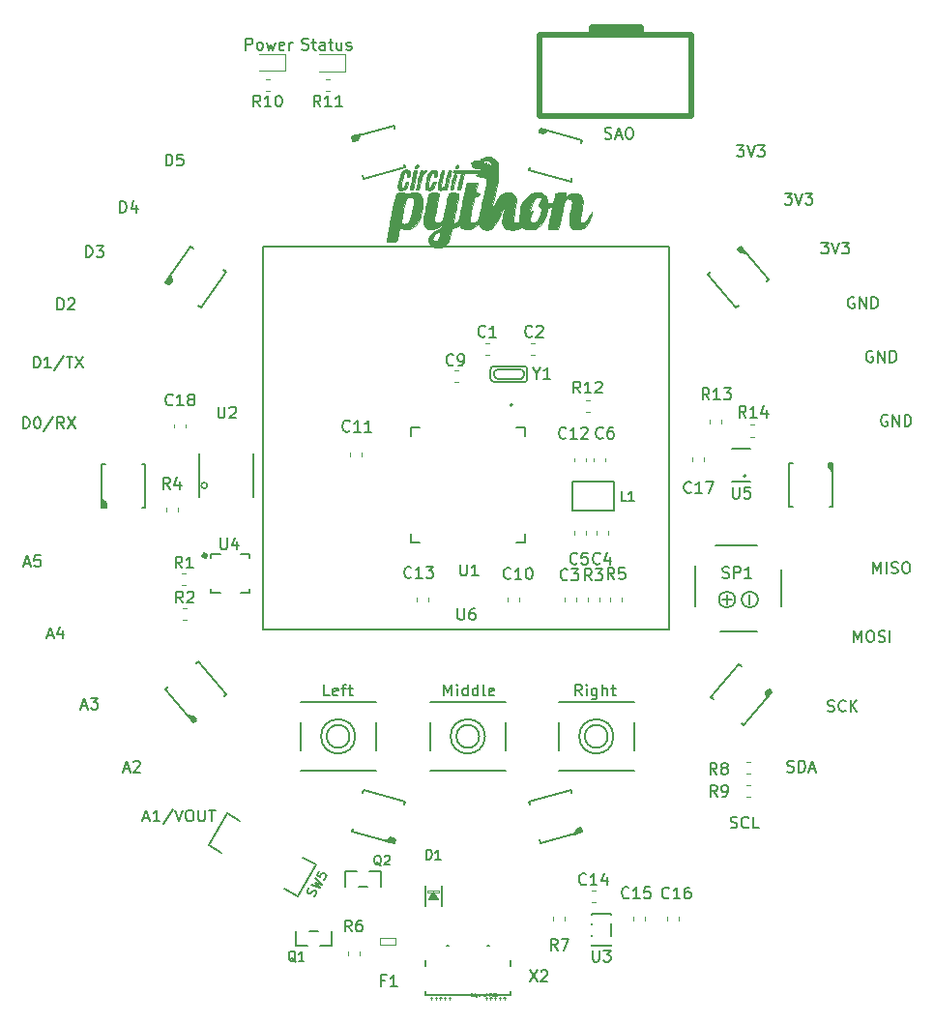
<source format=gto>
G04 #@! TF.GenerationSoftware,KiCad,Pcbnew,(5.1.4-0-10_14)*
G04 #@! TF.CreationDate,2019-09-22T18:05:18-05:00*
G04 #@! TF.ProjectId,CircuitPythonBadge v1_2,43697263-7569-4745-9079-74686f6e4261,rev?*
G04 #@! TF.SameCoordinates,Original*
G04 #@! TF.FileFunction,Legend,Top*
G04 #@! TF.FilePolarity,Positive*
%FSLAX46Y46*%
G04 Gerber Fmt 4.6, Leading zero omitted, Abs format (unit mm)*
G04 Created by KiCad (PCBNEW (5.1.4-0-10_14)) date 2019-09-22 18:05:18*
%MOMM*%
%LPD*%
G04 APERTURE LIST*
%ADD10C,0.150000*%
%ADD11C,0.010000*%
%ADD12C,0.066040*%
%ADD13C,0.500000*%
%ADD14C,0.203200*%
%ADD15C,0.120000*%
%ADD16C,0.127000*%
%ADD17C,0.152400*%
%ADD18C,0.406400*%
%ADD19C,0.038100*%
%ADD20C,0.200000*%
%ADD21C,0.025400*%
G04 APERTURE END LIST*
D10*
X123009523Y-130004761D02*
X123152380Y-130052380D01*
X123390476Y-130052380D01*
X123485714Y-130004761D01*
X123533333Y-129957142D01*
X123580952Y-129861904D01*
X123580952Y-129766666D01*
X123533333Y-129671428D01*
X123485714Y-129623809D01*
X123390476Y-129576190D01*
X123200000Y-129528571D01*
X123104761Y-129480952D01*
X123057142Y-129433333D01*
X123009523Y-129338095D01*
X123009523Y-129242857D01*
X123057142Y-129147619D01*
X123104761Y-129100000D01*
X123200000Y-129052380D01*
X123438095Y-129052380D01*
X123580952Y-129100000D01*
X124580952Y-129957142D02*
X124533333Y-130004761D01*
X124390476Y-130052380D01*
X124295238Y-130052380D01*
X124152380Y-130004761D01*
X124057142Y-129909523D01*
X124009523Y-129814285D01*
X123961904Y-129623809D01*
X123961904Y-129480952D01*
X124009523Y-129290476D01*
X124057142Y-129195238D01*
X124152380Y-129100000D01*
X124295238Y-129052380D01*
X124390476Y-129052380D01*
X124533333Y-129100000D01*
X124580952Y-129147619D01*
X125485714Y-130052380D02*
X125009523Y-130052380D01*
X125009523Y-129052380D01*
X127985714Y-125104761D02*
X128128571Y-125152380D01*
X128366666Y-125152380D01*
X128461904Y-125104761D01*
X128509523Y-125057142D01*
X128557142Y-124961904D01*
X128557142Y-124866666D01*
X128509523Y-124771428D01*
X128461904Y-124723809D01*
X128366666Y-124676190D01*
X128176190Y-124628571D01*
X128080952Y-124580952D01*
X128033333Y-124533333D01*
X127985714Y-124438095D01*
X127985714Y-124342857D01*
X128033333Y-124247619D01*
X128080952Y-124200000D01*
X128176190Y-124152380D01*
X128414285Y-124152380D01*
X128557142Y-124200000D01*
X128985714Y-125152380D02*
X128985714Y-124152380D01*
X129223809Y-124152380D01*
X129366666Y-124200000D01*
X129461904Y-124295238D01*
X129509523Y-124390476D01*
X129557142Y-124580952D01*
X129557142Y-124723809D01*
X129509523Y-124914285D01*
X129461904Y-125009523D01*
X129366666Y-125104761D01*
X129223809Y-125152380D01*
X128985714Y-125152380D01*
X129938095Y-124866666D02*
X130414285Y-124866666D01*
X129842857Y-125152380D02*
X130176190Y-124152380D01*
X130509523Y-125152380D01*
X85483333Y-61854761D02*
X85626190Y-61902380D01*
X85864285Y-61902380D01*
X85959523Y-61854761D01*
X86007142Y-61807142D01*
X86054761Y-61711904D01*
X86054761Y-61616666D01*
X86007142Y-61521428D01*
X85959523Y-61473809D01*
X85864285Y-61426190D01*
X85673809Y-61378571D01*
X85578571Y-61330952D01*
X85530952Y-61283333D01*
X85483333Y-61188095D01*
X85483333Y-61092857D01*
X85530952Y-60997619D01*
X85578571Y-60950000D01*
X85673809Y-60902380D01*
X85911904Y-60902380D01*
X86054761Y-60950000D01*
X86340476Y-61235714D02*
X86721428Y-61235714D01*
X86483333Y-60902380D02*
X86483333Y-61759523D01*
X86530952Y-61854761D01*
X86626190Y-61902380D01*
X86721428Y-61902380D01*
X87483333Y-61902380D02*
X87483333Y-61378571D01*
X87435714Y-61283333D01*
X87340476Y-61235714D01*
X87150000Y-61235714D01*
X87054761Y-61283333D01*
X87483333Y-61854761D02*
X87388095Y-61902380D01*
X87150000Y-61902380D01*
X87054761Y-61854761D01*
X87007142Y-61759523D01*
X87007142Y-61664285D01*
X87054761Y-61569047D01*
X87150000Y-61521428D01*
X87388095Y-61521428D01*
X87483333Y-61473809D01*
X87816666Y-61235714D02*
X88197619Y-61235714D01*
X87959523Y-60902380D02*
X87959523Y-61759523D01*
X88007142Y-61854761D01*
X88102380Y-61902380D01*
X88197619Y-61902380D01*
X88959523Y-61235714D02*
X88959523Y-61902380D01*
X88530952Y-61235714D02*
X88530952Y-61759523D01*
X88578571Y-61854761D01*
X88673809Y-61902380D01*
X88816666Y-61902380D01*
X88911904Y-61854761D01*
X88959523Y-61807142D01*
X89388095Y-61854761D02*
X89483333Y-61902380D01*
X89673809Y-61902380D01*
X89769047Y-61854761D01*
X89816666Y-61759523D01*
X89816666Y-61711904D01*
X89769047Y-61616666D01*
X89673809Y-61569047D01*
X89530952Y-61569047D01*
X89435714Y-61521428D01*
X89388095Y-61426190D01*
X89388095Y-61378571D01*
X89435714Y-61283333D01*
X89530952Y-61235714D01*
X89673809Y-61235714D01*
X89769047Y-61283333D01*
X80573809Y-61902380D02*
X80573809Y-60902380D01*
X80954761Y-60902380D01*
X81050000Y-60950000D01*
X81097619Y-60997619D01*
X81145238Y-61092857D01*
X81145238Y-61235714D01*
X81097619Y-61330952D01*
X81050000Y-61378571D01*
X80954761Y-61426190D01*
X80573809Y-61426190D01*
X81716666Y-61902380D02*
X81621428Y-61854761D01*
X81573809Y-61807142D01*
X81526190Y-61711904D01*
X81526190Y-61426190D01*
X81573809Y-61330952D01*
X81621428Y-61283333D01*
X81716666Y-61235714D01*
X81859523Y-61235714D01*
X81954761Y-61283333D01*
X82002380Y-61330952D01*
X82050000Y-61426190D01*
X82050000Y-61711904D01*
X82002380Y-61807142D01*
X81954761Y-61854761D01*
X81859523Y-61902380D01*
X81716666Y-61902380D01*
X82383333Y-61235714D02*
X82573809Y-61902380D01*
X82764285Y-61426190D01*
X82954761Y-61902380D01*
X83145238Y-61235714D01*
X83907142Y-61854761D02*
X83811904Y-61902380D01*
X83621428Y-61902380D01*
X83526190Y-61854761D01*
X83478571Y-61759523D01*
X83478571Y-61378571D01*
X83526190Y-61283333D01*
X83621428Y-61235714D01*
X83811904Y-61235714D01*
X83907142Y-61283333D01*
X83954761Y-61378571D01*
X83954761Y-61473809D01*
X83478571Y-61569047D01*
X84383333Y-61902380D02*
X84383333Y-61235714D01*
X84383333Y-61426190D02*
X84430952Y-61330952D01*
X84478571Y-61283333D01*
X84573809Y-61235714D01*
X84669047Y-61235714D01*
X109980952Y-118452380D02*
X109647619Y-117976190D01*
X109409523Y-118452380D02*
X109409523Y-117452380D01*
X109790476Y-117452380D01*
X109885714Y-117500000D01*
X109933333Y-117547619D01*
X109980952Y-117642857D01*
X109980952Y-117785714D01*
X109933333Y-117880952D01*
X109885714Y-117928571D01*
X109790476Y-117976190D01*
X109409523Y-117976190D01*
X110409523Y-118452380D02*
X110409523Y-117785714D01*
X110409523Y-117452380D02*
X110361904Y-117500000D01*
X110409523Y-117547619D01*
X110457142Y-117500000D01*
X110409523Y-117452380D01*
X110409523Y-117547619D01*
X111314285Y-117785714D02*
X111314285Y-118595238D01*
X111266666Y-118690476D01*
X111219047Y-118738095D01*
X111123809Y-118785714D01*
X110980952Y-118785714D01*
X110885714Y-118738095D01*
X111314285Y-118404761D02*
X111219047Y-118452380D01*
X111028571Y-118452380D01*
X110933333Y-118404761D01*
X110885714Y-118357142D01*
X110838095Y-118261904D01*
X110838095Y-117976190D01*
X110885714Y-117880952D01*
X110933333Y-117833333D01*
X111028571Y-117785714D01*
X111219047Y-117785714D01*
X111314285Y-117833333D01*
X111790476Y-118452380D02*
X111790476Y-117452380D01*
X112219047Y-118452380D02*
X112219047Y-117928571D01*
X112171428Y-117833333D01*
X112076190Y-117785714D01*
X111933333Y-117785714D01*
X111838095Y-117833333D01*
X111790476Y-117880952D01*
X112552380Y-117785714D02*
X112933333Y-117785714D01*
X112695238Y-117452380D02*
X112695238Y-118309523D01*
X112742857Y-118404761D01*
X112838095Y-118452380D01*
X112933333Y-118452380D01*
X97933333Y-118452380D02*
X97933333Y-117452380D01*
X98266666Y-118166666D01*
X98600000Y-117452380D01*
X98600000Y-118452380D01*
X99076190Y-118452380D02*
X99076190Y-117785714D01*
X99076190Y-117452380D02*
X99028571Y-117500000D01*
X99076190Y-117547619D01*
X99123809Y-117500000D01*
X99076190Y-117452380D01*
X99076190Y-117547619D01*
X99980952Y-118452380D02*
X99980952Y-117452380D01*
X99980952Y-118404761D02*
X99885714Y-118452380D01*
X99695238Y-118452380D01*
X99600000Y-118404761D01*
X99552380Y-118357142D01*
X99504761Y-118261904D01*
X99504761Y-117976190D01*
X99552380Y-117880952D01*
X99600000Y-117833333D01*
X99695238Y-117785714D01*
X99885714Y-117785714D01*
X99980952Y-117833333D01*
X100885714Y-118452380D02*
X100885714Y-117452380D01*
X100885714Y-118404761D02*
X100790476Y-118452380D01*
X100600000Y-118452380D01*
X100504761Y-118404761D01*
X100457142Y-118357142D01*
X100409523Y-118261904D01*
X100409523Y-117976190D01*
X100457142Y-117880952D01*
X100504761Y-117833333D01*
X100600000Y-117785714D01*
X100790476Y-117785714D01*
X100885714Y-117833333D01*
X101504761Y-118452380D02*
X101409523Y-118404761D01*
X101361904Y-118309523D01*
X101361904Y-117452380D01*
X102266666Y-118404761D02*
X102171428Y-118452380D01*
X101980952Y-118452380D01*
X101885714Y-118404761D01*
X101838095Y-118309523D01*
X101838095Y-117928571D01*
X101885714Y-117833333D01*
X101980952Y-117785714D01*
X102171428Y-117785714D01*
X102266666Y-117833333D01*
X102314285Y-117928571D01*
X102314285Y-118023809D01*
X101838095Y-118119047D01*
X87909523Y-118452380D02*
X87433333Y-118452380D01*
X87433333Y-117452380D01*
X88623809Y-118404761D02*
X88528571Y-118452380D01*
X88338095Y-118452380D01*
X88242857Y-118404761D01*
X88195238Y-118309523D01*
X88195238Y-117928571D01*
X88242857Y-117833333D01*
X88338095Y-117785714D01*
X88528571Y-117785714D01*
X88623809Y-117833333D01*
X88671428Y-117928571D01*
X88671428Y-118023809D01*
X88195238Y-118119047D01*
X88957142Y-117785714D02*
X89338095Y-117785714D01*
X89100000Y-118452380D02*
X89100000Y-117595238D01*
X89147619Y-117500000D01*
X89242857Y-117452380D01*
X89338095Y-117452380D01*
X89528571Y-117785714D02*
X89909523Y-117785714D01*
X89671428Y-117452380D02*
X89671428Y-118309523D01*
X89719047Y-118404761D01*
X89814285Y-118452380D01*
X89909523Y-118452380D01*
X112011904Y-69654761D02*
X112154761Y-69702380D01*
X112392857Y-69702380D01*
X112488095Y-69654761D01*
X112535714Y-69607142D01*
X112583333Y-69511904D01*
X112583333Y-69416666D01*
X112535714Y-69321428D01*
X112488095Y-69273809D01*
X112392857Y-69226190D01*
X112202380Y-69178571D01*
X112107142Y-69130952D01*
X112059523Y-69083333D01*
X112011904Y-68988095D01*
X112011904Y-68892857D01*
X112059523Y-68797619D01*
X112107142Y-68750000D01*
X112202380Y-68702380D01*
X112440476Y-68702380D01*
X112583333Y-68750000D01*
X112964285Y-69416666D02*
X113440476Y-69416666D01*
X112869047Y-69702380D02*
X113202380Y-68702380D01*
X113535714Y-69702380D01*
X114059523Y-68702380D02*
X114250000Y-68702380D01*
X114345238Y-68750000D01*
X114440476Y-68845238D01*
X114488095Y-69035714D01*
X114488095Y-69369047D01*
X114440476Y-69559523D01*
X114345238Y-69654761D01*
X114250000Y-69702380D01*
X114059523Y-69702380D01*
X113964285Y-69654761D01*
X113869047Y-69559523D01*
X113821428Y-69369047D01*
X113821428Y-69035714D01*
X113869047Y-68845238D01*
X113964285Y-68750000D01*
X114059523Y-68702380D01*
X71604761Y-129166666D02*
X72080952Y-129166666D01*
X71509523Y-129452380D02*
X71842857Y-128452380D01*
X72176190Y-129452380D01*
X73033333Y-129452380D02*
X72461904Y-129452380D01*
X72747619Y-129452380D02*
X72747619Y-128452380D01*
X72652380Y-128595238D01*
X72557142Y-128690476D01*
X72461904Y-128738095D01*
X74176190Y-128404761D02*
X73319047Y-129690476D01*
X74366666Y-128452380D02*
X74700000Y-129452380D01*
X75033333Y-128452380D01*
X75557142Y-128452380D02*
X75747619Y-128452380D01*
X75842857Y-128500000D01*
X75938095Y-128595238D01*
X75985714Y-128785714D01*
X75985714Y-129119047D01*
X75938095Y-129309523D01*
X75842857Y-129404761D01*
X75747619Y-129452380D01*
X75557142Y-129452380D01*
X75461904Y-129404761D01*
X75366666Y-129309523D01*
X75319047Y-129119047D01*
X75319047Y-128785714D01*
X75366666Y-128595238D01*
X75461904Y-128500000D01*
X75557142Y-128452380D01*
X76414285Y-128452380D02*
X76414285Y-129261904D01*
X76461904Y-129357142D01*
X76509523Y-129404761D01*
X76604761Y-129452380D01*
X76795238Y-129452380D01*
X76890476Y-129404761D01*
X76938095Y-129357142D01*
X76985714Y-129261904D01*
X76985714Y-128452380D01*
X77319047Y-128452380D02*
X77890476Y-128452380D01*
X77604761Y-129452380D02*
X77604761Y-128452380D01*
X69885714Y-124866666D02*
X70361904Y-124866666D01*
X69790476Y-125152380D02*
X70123809Y-124152380D01*
X70457142Y-125152380D01*
X70742857Y-124247619D02*
X70790476Y-124200000D01*
X70885714Y-124152380D01*
X71123809Y-124152380D01*
X71219047Y-124200000D01*
X71266666Y-124247619D01*
X71314285Y-124342857D01*
X71314285Y-124438095D01*
X71266666Y-124580952D01*
X70695238Y-125152380D01*
X71314285Y-125152380D01*
X66185714Y-119366666D02*
X66661904Y-119366666D01*
X66090476Y-119652380D02*
X66423809Y-118652380D01*
X66757142Y-119652380D01*
X66995238Y-118652380D02*
X67614285Y-118652380D01*
X67280952Y-119033333D01*
X67423809Y-119033333D01*
X67519047Y-119080952D01*
X67566666Y-119128571D01*
X67614285Y-119223809D01*
X67614285Y-119461904D01*
X67566666Y-119557142D01*
X67519047Y-119604761D01*
X67423809Y-119652380D01*
X67138095Y-119652380D01*
X67042857Y-119604761D01*
X66995238Y-119557142D01*
X63185714Y-113166666D02*
X63661904Y-113166666D01*
X63090476Y-113452380D02*
X63423809Y-112452380D01*
X63757142Y-113452380D01*
X64519047Y-112785714D02*
X64519047Y-113452380D01*
X64280952Y-112404761D02*
X64042857Y-113119047D01*
X64661904Y-113119047D01*
X61185714Y-106866666D02*
X61661904Y-106866666D01*
X61090476Y-107152380D02*
X61423809Y-106152380D01*
X61757142Y-107152380D01*
X62566666Y-106152380D02*
X62090476Y-106152380D01*
X62042857Y-106628571D01*
X62090476Y-106580952D01*
X62185714Y-106533333D01*
X62423809Y-106533333D01*
X62519047Y-106580952D01*
X62566666Y-106628571D01*
X62614285Y-106723809D01*
X62614285Y-106961904D01*
X62566666Y-107057142D01*
X62519047Y-107104761D01*
X62423809Y-107152380D01*
X62185714Y-107152380D01*
X62090476Y-107104761D01*
X62042857Y-107057142D01*
X69561904Y-76152380D02*
X69561904Y-75152380D01*
X69800000Y-75152380D01*
X69942857Y-75200000D01*
X70038095Y-75295238D01*
X70085714Y-75390476D01*
X70133333Y-75580952D01*
X70133333Y-75723809D01*
X70085714Y-75914285D01*
X70038095Y-76009523D01*
X69942857Y-76104761D01*
X69800000Y-76152380D01*
X69561904Y-76152380D01*
X70990476Y-75485714D02*
X70990476Y-76152380D01*
X70752380Y-75104761D02*
X70514285Y-75819047D01*
X71133333Y-75819047D01*
X61061904Y-95052380D02*
X61061904Y-94052380D01*
X61300000Y-94052380D01*
X61442857Y-94100000D01*
X61538095Y-94195238D01*
X61585714Y-94290476D01*
X61633333Y-94480952D01*
X61633333Y-94623809D01*
X61585714Y-94814285D01*
X61538095Y-94909523D01*
X61442857Y-95004761D01*
X61300000Y-95052380D01*
X61061904Y-95052380D01*
X62252380Y-94052380D02*
X62347619Y-94052380D01*
X62442857Y-94100000D01*
X62490476Y-94147619D01*
X62538095Y-94242857D01*
X62585714Y-94433333D01*
X62585714Y-94671428D01*
X62538095Y-94861904D01*
X62490476Y-94957142D01*
X62442857Y-95004761D01*
X62347619Y-95052380D01*
X62252380Y-95052380D01*
X62157142Y-95004761D01*
X62109523Y-94957142D01*
X62061904Y-94861904D01*
X62014285Y-94671428D01*
X62014285Y-94433333D01*
X62061904Y-94242857D01*
X62109523Y-94147619D01*
X62157142Y-94100000D01*
X62252380Y-94052380D01*
X63728571Y-94004761D02*
X62871428Y-95290476D01*
X64633333Y-95052380D02*
X64300000Y-94576190D01*
X64061904Y-95052380D02*
X64061904Y-94052380D01*
X64442857Y-94052380D01*
X64538095Y-94100000D01*
X64585714Y-94147619D01*
X64633333Y-94242857D01*
X64633333Y-94385714D01*
X64585714Y-94480952D01*
X64538095Y-94528571D01*
X64442857Y-94576190D01*
X64061904Y-94576190D01*
X64966666Y-94052380D02*
X65633333Y-95052380D01*
X65633333Y-94052380D02*
X64966666Y-95052380D01*
X61980952Y-89752380D02*
X61980952Y-88752380D01*
X62219047Y-88752380D01*
X62361904Y-88800000D01*
X62457142Y-88895238D01*
X62504761Y-88990476D01*
X62552380Y-89180952D01*
X62552380Y-89323809D01*
X62504761Y-89514285D01*
X62457142Y-89609523D01*
X62361904Y-89704761D01*
X62219047Y-89752380D01*
X61980952Y-89752380D01*
X63504761Y-89752380D02*
X62933333Y-89752380D01*
X63219047Y-89752380D02*
X63219047Y-88752380D01*
X63123809Y-88895238D01*
X63028571Y-88990476D01*
X62933333Y-89038095D01*
X64647619Y-88704761D02*
X63790476Y-89990476D01*
X64838095Y-88752380D02*
X65409523Y-88752380D01*
X65123809Y-89752380D02*
X65123809Y-88752380D01*
X65647619Y-88752380D02*
X66314285Y-89752380D01*
X66314285Y-88752380D02*
X65647619Y-89752380D01*
X64061904Y-84652380D02*
X64061904Y-83652380D01*
X64300000Y-83652380D01*
X64442857Y-83700000D01*
X64538095Y-83795238D01*
X64585714Y-83890476D01*
X64633333Y-84080952D01*
X64633333Y-84223809D01*
X64585714Y-84414285D01*
X64538095Y-84509523D01*
X64442857Y-84604761D01*
X64300000Y-84652380D01*
X64061904Y-84652380D01*
X65014285Y-83747619D02*
X65061904Y-83700000D01*
X65157142Y-83652380D01*
X65395238Y-83652380D01*
X65490476Y-83700000D01*
X65538095Y-83747619D01*
X65585714Y-83842857D01*
X65585714Y-83938095D01*
X65538095Y-84080952D01*
X64966666Y-84652380D01*
X65585714Y-84652380D01*
X66561904Y-80052380D02*
X66561904Y-79052380D01*
X66800000Y-79052380D01*
X66942857Y-79100000D01*
X67038095Y-79195238D01*
X67085714Y-79290476D01*
X67133333Y-79480952D01*
X67133333Y-79623809D01*
X67085714Y-79814285D01*
X67038095Y-79909523D01*
X66942857Y-80004761D01*
X66800000Y-80052380D01*
X66561904Y-80052380D01*
X67466666Y-79052380D02*
X68085714Y-79052380D01*
X67752380Y-79433333D01*
X67895238Y-79433333D01*
X67990476Y-79480952D01*
X68038095Y-79528571D01*
X68085714Y-79623809D01*
X68085714Y-79861904D01*
X68038095Y-79957142D01*
X67990476Y-80004761D01*
X67895238Y-80052380D01*
X67609523Y-80052380D01*
X67514285Y-80004761D01*
X67466666Y-79957142D01*
X73561904Y-72052380D02*
X73561904Y-71052380D01*
X73800000Y-71052380D01*
X73942857Y-71100000D01*
X74038095Y-71195238D01*
X74085714Y-71290476D01*
X74133333Y-71480952D01*
X74133333Y-71623809D01*
X74085714Y-71814285D01*
X74038095Y-71909523D01*
X73942857Y-72004761D01*
X73800000Y-72052380D01*
X73561904Y-72052380D01*
X75038095Y-71052380D02*
X74561904Y-71052380D01*
X74514285Y-71528571D01*
X74561904Y-71480952D01*
X74657142Y-71433333D01*
X74895238Y-71433333D01*
X74990476Y-71480952D01*
X75038095Y-71528571D01*
X75085714Y-71623809D01*
X75085714Y-71861904D01*
X75038095Y-71957142D01*
X74990476Y-72004761D01*
X74895238Y-72052380D01*
X74657142Y-72052380D01*
X74561904Y-72004761D01*
X74514285Y-71957142D01*
X131514285Y-119804761D02*
X131657142Y-119852380D01*
X131895238Y-119852380D01*
X131990476Y-119804761D01*
X132038095Y-119757142D01*
X132085714Y-119661904D01*
X132085714Y-119566666D01*
X132038095Y-119471428D01*
X131990476Y-119423809D01*
X131895238Y-119376190D01*
X131704761Y-119328571D01*
X131609523Y-119280952D01*
X131561904Y-119233333D01*
X131514285Y-119138095D01*
X131514285Y-119042857D01*
X131561904Y-118947619D01*
X131609523Y-118900000D01*
X131704761Y-118852380D01*
X131942857Y-118852380D01*
X132085714Y-118900000D01*
X133085714Y-119757142D02*
X133038095Y-119804761D01*
X132895238Y-119852380D01*
X132800000Y-119852380D01*
X132657142Y-119804761D01*
X132561904Y-119709523D01*
X132514285Y-119614285D01*
X132466666Y-119423809D01*
X132466666Y-119280952D01*
X132514285Y-119090476D01*
X132561904Y-118995238D01*
X132657142Y-118900000D01*
X132800000Y-118852380D01*
X132895238Y-118852380D01*
X133038095Y-118900000D01*
X133085714Y-118947619D01*
X133514285Y-119852380D02*
X133514285Y-118852380D01*
X134085714Y-119852380D02*
X133657142Y-119280952D01*
X134085714Y-118852380D02*
X133514285Y-119423809D01*
X133828571Y-113752380D02*
X133828571Y-112752380D01*
X134161904Y-113466666D01*
X134495238Y-112752380D01*
X134495238Y-113752380D01*
X135161904Y-112752380D02*
X135352380Y-112752380D01*
X135447619Y-112800000D01*
X135542857Y-112895238D01*
X135590476Y-113085714D01*
X135590476Y-113419047D01*
X135542857Y-113609523D01*
X135447619Y-113704761D01*
X135352380Y-113752380D01*
X135161904Y-113752380D01*
X135066666Y-113704761D01*
X134971428Y-113609523D01*
X134923809Y-113419047D01*
X134923809Y-113085714D01*
X134971428Y-112895238D01*
X135066666Y-112800000D01*
X135161904Y-112752380D01*
X135971428Y-113704761D02*
X136114285Y-113752380D01*
X136352380Y-113752380D01*
X136447619Y-113704761D01*
X136495238Y-113657142D01*
X136542857Y-113561904D01*
X136542857Y-113466666D01*
X136495238Y-113371428D01*
X136447619Y-113323809D01*
X136352380Y-113276190D01*
X136161904Y-113228571D01*
X136066666Y-113180952D01*
X136019047Y-113133333D01*
X135971428Y-113038095D01*
X135971428Y-112942857D01*
X136019047Y-112847619D01*
X136066666Y-112800000D01*
X136161904Y-112752380D01*
X136400000Y-112752380D01*
X136542857Y-112800000D01*
X136971428Y-113752380D02*
X136971428Y-112752380D01*
X135528571Y-107752380D02*
X135528571Y-106752380D01*
X135861904Y-107466666D01*
X136195238Y-106752380D01*
X136195238Y-107752380D01*
X136671428Y-107752380D02*
X136671428Y-106752380D01*
X137100000Y-107704761D02*
X137242857Y-107752380D01*
X137480952Y-107752380D01*
X137576190Y-107704761D01*
X137623809Y-107657142D01*
X137671428Y-107561904D01*
X137671428Y-107466666D01*
X137623809Y-107371428D01*
X137576190Y-107323809D01*
X137480952Y-107276190D01*
X137290476Y-107228571D01*
X137195238Y-107180952D01*
X137147619Y-107133333D01*
X137100000Y-107038095D01*
X137100000Y-106942857D01*
X137147619Y-106847619D01*
X137195238Y-106800000D01*
X137290476Y-106752380D01*
X137528571Y-106752380D01*
X137671428Y-106800000D01*
X138290476Y-106752380D02*
X138480952Y-106752380D01*
X138576190Y-106800000D01*
X138671428Y-106895238D01*
X138719047Y-107085714D01*
X138719047Y-107419047D01*
X138671428Y-107609523D01*
X138576190Y-107704761D01*
X138480952Y-107752380D01*
X138290476Y-107752380D01*
X138195238Y-107704761D01*
X138100000Y-107609523D01*
X138052380Y-107419047D01*
X138052380Y-107085714D01*
X138100000Y-106895238D01*
X138195238Y-106800000D01*
X138290476Y-106752380D01*
X136738095Y-93900000D02*
X136642857Y-93852380D01*
X136500000Y-93852380D01*
X136357142Y-93900000D01*
X136261904Y-93995238D01*
X136214285Y-94090476D01*
X136166666Y-94280952D01*
X136166666Y-94423809D01*
X136214285Y-94614285D01*
X136261904Y-94709523D01*
X136357142Y-94804761D01*
X136500000Y-94852380D01*
X136595238Y-94852380D01*
X136738095Y-94804761D01*
X136785714Y-94757142D01*
X136785714Y-94423809D01*
X136595238Y-94423809D01*
X137214285Y-94852380D02*
X137214285Y-93852380D01*
X137785714Y-94852380D01*
X137785714Y-93852380D01*
X138261904Y-94852380D02*
X138261904Y-93852380D01*
X138500000Y-93852380D01*
X138642857Y-93900000D01*
X138738095Y-93995238D01*
X138785714Y-94090476D01*
X138833333Y-94280952D01*
X138833333Y-94423809D01*
X138785714Y-94614285D01*
X138738095Y-94709523D01*
X138642857Y-94804761D01*
X138500000Y-94852380D01*
X138261904Y-94852380D01*
X135438095Y-88300000D02*
X135342857Y-88252380D01*
X135200000Y-88252380D01*
X135057142Y-88300000D01*
X134961904Y-88395238D01*
X134914285Y-88490476D01*
X134866666Y-88680952D01*
X134866666Y-88823809D01*
X134914285Y-89014285D01*
X134961904Y-89109523D01*
X135057142Y-89204761D01*
X135200000Y-89252380D01*
X135295238Y-89252380D01*
X135438095Y-89204761D01*
X135485714Y-89157142D01*
X135485714Y-88823809D01*
X135295238Y-88823809D01*
X135914285Y-89252380D02*
X135914285Y-88252380D01*
X136485714Y-89252380D01*
X136485714Y-88252380D01*
X136961904Y-89252380D02*
X136961904Y-88252380D01*
X137200000Y-88252380D01*
X137342857Y-88300000D01*
X137438095Y-88395238D01*
X137485714Y-88490476D01*
X137533333Y-88680952D01*
X137533333Y-88823809D01*
X137485714Y-89014285D01*
X137438095Y-89109523D01*
X137342857Y-89204761D01*
X137200000Y-89252380D01*
X136961904Y-89252380D01*
X133838095Y-83600000D02*
X133742857Y-83552380D01*
X133600000Y-83552380D01*
X133457142Y-83600000D01*
X133361904Y-83695238D01*
X133314285Y-83790476D01*
X133266666Y-83980952D01*
X133266666Y-84123809D01*
X133314285Y-84314285D01*
X133361904Y-84409523D01*
X133457142Y-84504761D01*
X133600000Y-84552380D01*
X133695238Y-84552380D01*
X133838095Y-84504761D01*
X133885714Y-84457142D01*
X133885714Y-84123809D01*
X133695238Y-84123809D01*
X134314285Y-84552380D02*
X134314285Y-83552380D01*
X134885714Y-84552380D01*
X134885714Y-83552380D01*
X135361904Y-84552380D02*
X135361904Y-83552380D01*
X135600000Y-83552380D01*
X135742857Y-83600000D01*
X135838095Y-83695238D01*
X135885714Y-83790476D01*
X135933333Y-83980952D01*
X135933333Y-84123809D01*
X135885714Y-84314285D01*
X135838095Y-84409523D01*
X135742857Y-84504761D01*
X135600000Y-84552380D01*
X135361904Y-84552380D01*
X130961904Y-78752380D02*
X131580952Y-78752380D01*
X131247619Y-79133333D01*
X131390476Y-79133333D01*
X131485714Y-79180952D01*
X131533333Y-79228571D01*
X131580952Y-79323809D01*
X131580952Y-79561904D01*
X131533333Y-79657142D01*
X131485714Y-79704761D01*
X131390476Y-79752380D01*
X131104761Y-79752380D01*
X131009523Y-79704761D01*
X130961904Y-79657142D01*
X131866666Y-78752380D02*
X132200000Y-79752380D01*
X132533333Y-78752380D01*
X132771428Y-78752380D02*
X133390476Y-78752380D01*
X133057142Y-79133333D01*
X133200000Y-79133333D01*
X133295238Y-79180952D01*
X133342857Y-79228571D01*
X133390476Y-79323809D01*
X133390476Y-79561904D01*
X133342857Y-79657142D01*
X133295238Y-79704761D01*
X133200000Y-79752380D01*
X132914285Y-79752380D01*
X132819047Y-79704761D01*
X132771428Y-79657142D01*
X127761904Y-74452380D02*
X128380952Y-74452380D01*
X128047619Y-74833333D01*
X128190476Y-74833333D01*
X128285714Y-74880952D01*
X128333333Y-74928571D01*
X128380952Y-75023809D01*
X128380952Y-75261904D01*
X128333333Y-75357142D01*
X128285714Y-75404761D01*
X128190476Y-75452380D01*
X127904761Y-75452380D01*
X127809523Y-75404761D01*
X127761904Y-75357142D01*
X128666666Y-74452380D02*
X129000000Y-75452380D01*
X129333333Y-74452380D01*
X129571428Y-74452380D02*
X130190476Y-74452380D01*
X129857142Y-74833333D01*
X130000000Y-74833333D01*
X130095238Y-74880952D01*
X130142857Y-74928571D01*
X130190476Y-75023809D01*
X130190476Y-75261904D01*
X130142857Y-75357142D01*
X130095238Y-75404761D01*
X130000000Y-75452380D01*
X129714285Y-75452380D01*
X129619047Y-75404761D01*
X129571428Y-75357142D01*
X123561904Y-70252380D02*
X124180952Y-70252380D01*
X123847619Y-70633333D01*
X123990476Y-70633333D01*
X124085714Y-70680952D01*
X124133333Y-70728571D01*
X124180952Y-70823809D01*
X124180952Y-71061904D01*
X124133333Y-71157142D01*
X124085714Y-71204761D01*
X123990476Y-71252380D01*
X123704761Y-71252380D01*
X123609523Y-71204761D01*
X123561904Y-71157142D01*
X124466666Y-70252380D02*
X124800000Y-71252380D01*
X125133333Y-70252380D01*
X125371428Y-70252380D02*
X125990476Y-70252380D01*
X125657142Y-70633333D01*
X125800000Y-70633333D01*
X125895238Y-70680952D01*
X125942857Y-70728571D01*
X125990476Y-70823809D01*
X125990476Y-71061904D01*
X125942857Y-71157142D01*
X125895238Y-71204761D01*
X125800000Y-71252380D01*
X125514285Y-71252380D01*
X125419047Y-71204761D01*
X125371428Y-71157142D01*
D11*
G36*
X99161168Y-71977937D02*
G01*
X99189109Y-72027836D01*
X99190667Y-72061888D01*
X99163574Y-72166163D01*
X99097659Y-72238600D01*
X99015964Y-72268418D01*
X98941530Y-72244833D01*
X98907434Y-72194412D01*
X98907022Y-72093290D01*
X98974012Y-72012414D01*
X99078520Y-71975105D01*
X99161168Y-71977937D01*
X99161168Y-71977937D01*
G37*
X99161168Y-71977937D02*
X99189109Y-72027836D01*
X99190667Y-72061888D01*
X99163574Y-72166163D01*
X99097659Y-72238600D01*
X99015964Y-72268418D01*
X98941530Y-72244833D01*
X98907434Y-72194412D01*
X98907022Y-72093290D01*
X98974012Y-72012414D01*
X99078520Y-71975105D01*
X99161168Y-71977937D01*
G36*
X95671560Y-71996306D02*
G01*
X95660159Y-72070946D01*
X95657840Y-72080244D01*
X95603068Y-72202939D01*
X95509910Y-72257354D01*
X95452068Y-72263018D01*
X95399686Y-72245991D01*
X95385259Y-72179184D01*
X95388568Y-72126083D01*
X95408254Y-72030560D01*
X95461128Y-71988513D01*
X95544780Y-71974834D01*
X95639923Y-71970630D01*
X95671560Y-71996306D01*
X95671560Y-71996306D01*
G37*
X95671560Y-71996306D02*
X95660159Y-72070946D01*
X95657840Y-72080244D01*
X95603068Y-72202939D01*
X95509910Y-72257354D01*
X95452068Y-72263018D01*
X95399686Y-72245991D01*
X95385259Y-72179184D01*
X95388568Y-72126083D01*
X95408254Y-72030560D01*
X95461128Y-71988513D01*
X95544780Y-71974834D01*
X95639923Y-71970630D01*
X95671560Y-71996306D01*
G36*
X98954342Y-72835770D02*
G01*
X98971474Y-72880236D01*
X98969260Y-72963765D01*
X98947340Y-73096923D01*
X98905352Y-73290274D01*
X98842938Y-73554382D01*
X98837745Y-73576000D01*
X98782404Y-73803159D01*
X98740598Y-73960927D01*
X98706692Y-74062380D01*
X98675051Y-74120593D01*
X98640040Y-74148644D01*
X98596023Y-74159607D01*
X98585690Y-74160895D01*
X98501970Y-74158729D01*
X98473860Y-74111793D01*
X98472603Y-74076228D01*
X98482798Y-74000125D01*
X98509612Y-73860168D01*
X98549257Y-73674672D01*
X98597945Y-73461956D01*
X98611087Y-73406667D01*
X98666209Y-73179538D01*
X98707830Y-73021801D01*
X98741594Y-72920378D01*
X98773145Y-72862185D01*
X98808130Y-72834144D01*
X98852192Y-72823172D01*
X98863484Y-72821771D01*
X98918225Y-72819803D01*
X98954342Y-72835770D01*
X98954342Y-72835770D01*
G37*
X98954342Y-72835770D02*
X98971474Y-72880236D01*
X98969260Y-72963765D01*
X98947340Y-73096923D01*
X98905352Y-73290274D01*
X98842938Y-73554382D01*
X98837745Y-73576000D01*
X98782404Y-73803159D01*
X98740598Y-73960927D01*
X98706692Y-74062380D01*
X98675051Y-74120593D01*
X98640040Y-74148644D01*
X98596023Y-74159607D01*
X98585690Y-74160895D01*
X98501970Y-74158729D01*
X98473860Y-74111793D01*
X98472603Y-74076228D01*
X98482798Y-74000125D01*
X98509612Y-73860168D01*
X98549257Y-73674672D01*
X98597945Y-73461956D01*
X98611087Y-73406667D01*
X98666209Y-73179538D01*
X98707830Y-73021801D01*
X98741594Y-72920378D01*
X98773145Y-72862185D01*
X98808130Y-72834144D01*
X98852192Y-72823172D01*
X98863484Y-72821771D01*
X98918225Y-72819803D01*
X98954342Y-72835770D01*
G36*
X96379080Y-72410566D02*
G01*
X96383691Y-72482806D01*
X96372600Y-72535316D01*
X96309484Y-72641714D01*
X96211790Y-72715551D01*
X96113480Y-72774333D01*
X96051528Y-72826602D01*
X96048741Y-72830490D01*
X96028417Y-72887137D01*
X95993811Y-73009834D01*
X95949307Y-73182049D01*
X95899288Y-73387248D01*
X95884742Y-73449000D01*
X95822929Y-73709093D01*
X95774205Y-73897824D01*
X95733597Y-74026547D01*
X95696134Y-74106619D01*
X95656845Y-74149395D01*
X95610759Y-74166231D01*
X95569677Y-74168667D01*
X95490740Y-74162417D01*
X95465334Y-74150700D01*
X95474424Y-74105861D01*
X95499780Y-73991252D01*
X95538531Y-73819575D01*
X95587806Y-73603536D01*
X95644734Y-73355839D01*
X95655834Y-73307741D01*
X95713908Y-73055053D01*
X95764843Y-72831154D01*
X95805760Y-72648886D01*
X95833781Y-72521094D01*
X95846027Y-72460618D01*
X95846334Y-72457874D01*
X95883181Y-72440397D01*
X95971939Y-72433001D01*
X95973334Y-72433000D01*
X96073285Y-72451330D01*
X96100334Y-72497767D01*
X96113452Y-72531016D01*
X96163075Y-72513130D01*
X96226813Y-72469024D01*
X96328277Y-72406649D01*
X96379080Y-72410566D01*
X96379080Y-72410566D01*
G37*
X96379080Y-72410566D02*
X96383691Y-72482806D01*
X96372600Y-72535316D01*
X96309484Y-72641714D01*
X96211790Y-72715551D01*
X96113480Y-72774333D01*
X96051528Y-72826602D01*
X96048741Y-72830490D01*
X96028417Y-72887137D01*
X95993811Y-73009834D01*
X95949307Y-73182049D01*
X95899288Y-73387248D01*
X95884742Y-73449000D01*
X95822929Y-73709093D01*
X95774205Y-73897824D01*
X95733597Y-74026547D01*
X95696134Y-74106619D01*
X95656845Y-74149395D01*
X95610759Y-74166231D01*
X95569677Y-74168667D01*
X95490740Y-74162417D01*
X95465334Y-74150700D01*
X95474424Y-74105861D01*
X95499780Y-73991252D01*
X95538531Y-73819575D01*
X95587806Y-73603536D01*
X95644734Y-73355839D01*
X95655834Y-73307741D01*
X95713908Y-73055053D01*
X95764843Y-72831154D01*
X95805760Y-72648886D01*
X95833781Y-72521094D01*
X95846027Y-72460618D01*
X95846334Y-72457874D01*
X95883181Y-72440397D01*
X95971939Y-72433001D01*
X95973334Y-72433000D01*
X96073285Y-72451330D01*
X96100334Y-72497767D01*
X96113452Y-72531016D01*
X96163075Y-72513130D01*
X96226813Y-72469024D01*
X96328277Y-72406649D01*
X96379080Y-72410566D01*
G36*
X95516149Y-72446948D02*
G01*
X95550000Y-72478687D01*
X95540989Y-72530891D01*
X95516341Y-72649683D01*
X95479638Y-72819196D01*
X95434459Y-73023562D01*
X95384384Y-73246911D01*
X95332994Y-73473377D01*
X95283868Y-73687090D01*
X95240588Y-73872182D01*
X95206733Y-74012786D01*
X95185883Y-74093032D01*
X95185424Y-74094583D01*
X95125479Y-74155099D01*
X95036295Y-74168667D01*
X94948239Y-74158552D01*
X94925530Y-74119910D01*
X94930500Y-74094583D01*
X94946170Y-74031399D01*
X94977104Y-73899838D01*
X95020014Y-73714132D01*
X95071612Y-73488515D01*
X95128611Y-73237219D01*
X95130976Y-73226750D01*
X95310246Y-72433000D01*
X95430123Y-72433000D01*
X95516149Y-72446948D01*
X95516149Y-72446948D01*
G37*
X95516149Y-72446948D02*
X95550000Y-72478687D01*
X95540989Y-72530891D01*
X95516341Y-72649683D01*
X95479638Y-72819196D01*
X95434459Y-73023562D01*
X95384384Y-73246911D01*
X95332994Y-73473377D01*
X95283868Y-73687090D01*
X95240588Y-73872182D01*
X95206733Y-74012786D01*
X95185883Y-74093032D01*
X95185424Y-74094583D01*
X95125479Y-74155099D01*
X95036295Y-74168667D01*
X94948239Y-74158552D01*
X94925530Y-74119910D01*
X94930500Y-74094583D01*
X94946170Y-74031399D01*
X94977104Y-73899838D01*
X95020014Y-73714132D01*
X95071612Y-73488515D01*
X95128611Y-73237219D01*
X95130976Y-73226750D01*
X95310246Y-72433000D01*
X95430123Y-72433000D01*
X95516149Y-72446948D01*
G36*
X98434828Y-72433000D02*
G01*
X98528896Y-72447183D01*
X98545431Y-72485917D01*
X98530568Y-72541986D01*
X98500474Y-72667186D01*
X98458297Y-72848001D01*
X98407186Y-73070913D01*
X98350289Y-73322407D01*
X98342242Y-73358229D01*
X98158348Y-74177626D01*
X97994624Y-74155666D01*
X97854249Y-74149479D01*
X97728212Y-74163466D01*
X97716643Y-74166474D01*
X97599686Y-74180218D01*
X97516640Y-74167524D01*
X97444615Y-74136074D01*
X97396184Y-74095571D01*
X97370741Y-74033535D01*
X97367680Y-73937487D01*
X97386395Y-73794949D01*
X97426280Y-73593440D01*
X97477483Y-73361534D01*
X97543945Y-73066067D01*
X97595116Y-72842812D01*
X97634684Y-72681469D01*
X97666335Y-72571737D01*
X97693755Y-72503317D01*
X97720632Y-72465907D01*
X97750653Y-72449208D01*
X97787503Y-72442920D01*
X97807047Y-72440771D01*
X97898333Y-72448485D01*
X97920667Y-72485912D01*
X97911709Y-72545447D01*
X97886957Y-72672140D01*
X97849597Y-72850636D01*
X97802813Y-73065581D01*
X97769659Y-73214017D01*
X97709550Y-73488277D01*
X97671268Y-73689520D01*
X97655598Y-73826740D01*
X97663319Y-73908927D01*
X97695213Y-73945074D01*
X97752063Y-73944174D01*
X97830751Y-73916841D01*
X97882818Y-73891103D01*
X97923270Y-73854010D01*
X97958170Y-73791315D01*
X97993585Y-73688770D01*
X98035578Y-73532126D01*
X98090133Y-73307479D01*
X98159115Y-73017647D01*
X98211611Y-72799763D01*
X98251642Y-72643629D01*
X98283227Y-72539047D01*
X98310387Y-72475820D01*
X98337140Y-72443750D01*
X98367507Y-72432638D01*
X98405508Y-72432286D01*
X98434828Y-72433000D01*
X98434828Y-72433000D01*
G37*
X98434828Y-72433000D02*
X98528896Y-72447183D01*
X98545431Y-72485917D01*
X98530568Y-72541986D01*
X98500474Y-72667186D01*
X98458297Y-72848001D01*
X98407186Y-73070913D01*
X98350289Y-73322407D01*
X98342242Y-73358229D01*
X98158348Y-74177626D01*
X97994624Y-74155666D01*
X97854249Y-74149479D01*
X97728212Y-74163466D01*
X97716643Y-74166474D01*
X97599686Y-74180218D01*
X97516640Y-74167524D01*
X97444615Y-74136074D01*
X97396184Y-74095571D01*
X97370741Y-74033535D01*
X97367680Y-73937487D01*
X97386395Y-73794949D01*
X97426280Y-73593440D01*
X97477483Y-73361534D01*
X97543945Y-73066067D01*
X97595116Y-72842812D01*
X97634684Y-72681469D01*
X97666335Y-72571737D01*
X97693755Y-72503317D01*
X97720632Y-72465907D01*
X97750653Y-72449208D01*
X97787503Y-72442920D01*
X97807047Y-72440771D01*
X97898333Y-72448485D01*
X97920667Y-72485912D01*
X97911709Y-72545447D01*
X97886957Y-72672140D01*
X97849597Y-72850636D01*
X97802813Y-73065581D01*
X97769659Y-73214017D01*
X97709550Y-73488277D01*
X97671268Y-73689520D01*
X97655598Y-73826740D01*
X97663319Y-73908927D01*
X97695213Y-73945074D01*
X97752063Y-73944174D01*
X97830751Y-73916841D01*
X97882818Y-73891103D01*
X97923270Y-73854010D01*
X97958170Y-73791315D01*
X97993585Y-73688770D01*
X98035578Y-73532126D01*
X98090133Y-73307479D01*
X98159115Y-73017647D01*
X98211611Y-72799763D01*
X98251642Y-72643629D01*
X98283227Y-72539047D01*
X98310387Y-72475820D01*
X98337140Y-72443750D01*
X98367507Y-72432638D01*
X98405508Y-72432286D01*
X98434828Y-72433000D01*
G36*
X97240628Y-72459541D02*
G01*
X97322150Y-72572229D01*
X97340978Y-72741330D01*
X97324599Y-72853750D01*
X97293167Y-72980086D01*
X97258653Y-73043808D01*
X97204798Y-73065938D01*
X97158888Y-73068000D01*
X97086862Y-73062705D01*
X97052751Y-73031934D01*
X97044017Y-72953357D01*
X97045980Y-72866917D01*
X97045288Y-72743207D01*
X97026199Y-72680565D01*
X96979746Y-72655918D01*
X96962860Y-72652997D01*
X96890567Y-72655641D01*
X96830613Y-72693465D01*
X96777551Y-72776943D01*
X96725931Y-72916552D01*
X96670306Y-73122768D01*
X96630765Y-73291546D01*
X96576687Y-73544099D01*
X96546538Y-73725895D01*
X96540508Y-73847445D01*
X96558788Y-73919264D01*
X96601566Y-73951862D01*
X96642777Y-73957000D01*
X96749706Y-73917049D01*
X96837121Y-73805649D01*
X96894640Y-73637378D01*
X96925578Y-73527518D01*
X96973422Y-73476074D01*
X97061106Y-73457197D01*
X97193073Y-73444227D01*
X97153491Y-73620393D01*
X97069798Y-73875046D01*
X96949377Y-74053943D01*
X96790758Y-74158304D01*
X96592471Y-74189350D01*
X96481334Y-74178328D01*
X96383887Y-74149963D01*
X96317080Y-74096500D01*
X96280162Y-74008449D01*
X96272381Y-73876318D01*
X96292988Y-73690616D01*
X96341230Y-73441851D01*
X96402254Y-73178485D01*
X96471044Y-72912927D01*
X96534994Y-72718834D01*
X96602034Y-72583973D01*
X96680096Y-72496111D01*
X96777111Y-72443016D01*
X96898632Y-72412853D01*
X97098694Y-72405628D01*
X97240628Y-72459541D01*
X97240628Y-72459541D01*
G37*
X97240628Y-72459541D02*
X97322150Y-72572229D01*
X97340978Y-72741330D01*
X97324599Y-72853750D01*
X97293167Y-72980086D01*
X97258653Y-73043808D01*
X97204798Y-73065938D01*
X97158888Y-73068000D01*
X97086862Y-73062705D01*
X97052751Y-73031934D01*
X97044017Y-72953357D01*
X97045980Y-72866917D01*
X97045288Y-72743207D01*
X97026199Y-72680565D01*
X96979746Y-72655918D01*
X96962860Y-72652997D01*
X96890567Y-72655641D01*
X96830613Y-72693465D01*
X96777551Y-72776943D01*
X96725931Y-72916552D01*
X96670306Y-73122768D01*
X96630765Y-73291546D01*
X96576687Y-73544099D01*
X96546538Y-73725895D01*
X96540508Y-73847445D01*
X96558788Y-73919264D01*
X96601566Y-73951862D01*
X96642777Y-73957000D01*
X96749706Y-73917049D01*
X96837121Y-73805649D01*
X96894640Y-73637378D01*
X96925578Y-73527518D01*
X96973422Y-73476074D01*
X97061106Y-73457197D01*
X97193073Y-73444227D01*
X97153491Y-73620393D01*
X97069798Y-73875046D01*
X96949377Y-74053943D01*
X96790758Y-74158304D01*
X96592471Y-74189350D01*
X96481334Y-74178328D01*
X96383887Y-74149963D01*
X96317080Y-74096500D01*
X96280162Y-74008449D01*
X96272381Y-73876318D01*
X96292988Y-73690616D01*
X96341230Y-73441851D01*
X96402254Y-73178485D01*
X96471044Y-72912927D01*
X96534994Y-72718834D01*
X96602034Y-72583973D01*
X96680096Y-72496111D01*
X96777111Y-72443016D01*
X96898632Y-72412853D01*
X97098694Y-72405628D01*
X97240628Y-72459541D01*
G36*
X94778325Y-72415236D02*
G01*
X94863247Y-72456567D01*
X94932711Y-72535768D01*
X94956854Y-72658583D01*
X94957334Y-72686644D01*
X94938358Y-72888992D01*
X94881416Y-73015701D01*
X94786482Y-73066821D01*
X94765761Y-73068000D01*
X94700429Y-73061982D01*
X94670463Y-73029139D01*
X94665238Y-72947282D01*
X94669463Y-72866917D01*
X94673613Y-72745101D01*
X94658393Y-72683814D01*
X94612624Y-72659315D01*
X94568597Y-72652713D01*
X94504463Y-72652473D01*
X94453366Y-72676310D01*
X94409293Y-72735876D01*
X94366227Y-72842823D01*
X94318154Y-73008804D01*
X94259058Y-73245470D01*
X94255959Y-73258316D01*
X94197853Y-73520924D01*
X94168536Y-73712664D01*
X94167937Y-73842265D01*
X94195984Y-73918457D01*
X94250284Y-73949550D01*
X94346592Y-73938284D01*
X94422538Y-73858537D01*
X94484176Y-73703146D01*
X94496388Y-73658207D01*
X94532931Y-73533987D01*
X94571271Y-73471850D01*
X94629252Y-73450746D01*
X94673715Y-73449000D01*
X94753092Y-73454377D01*
X94781868Y-73486767D01*
X94774475Y-73570557D01*
X94767664Y-73607750D01*
X94703525Y-73843039D01*
X94613501Y-74013853D01*
X94526953Y-74096716D01*
X94372324Y-74160748D01*
X94197140Y-74187460D01*
X94089500Y-74178869D01*
X93953382Y-74120965D01*
X93882362Y-74017353D01*
X93870867Y-73858726D01*
X93875065Y-73820747D01*
X93901814Y-73663706D01*
X93944073Y-73465189D01*
X93996211Y-73247053D01*
X94052591Y-73031157D01*
X94107581Y-72839362D01*
X94155545Y-72693524D01*
X94181789Y-72630748D01*
X94286085Y-72510834D01*
X94439220Y-72430100D01*
X94612774Y-72395813D01*
X94778325Y-72415236D01*
X94778325Y-72415236D01*
G37*
X94778325Y-72415236D02*
X94863247Y-72456567D01*
X94932711Y-72535768D01*
X94956854Y-72658583D01*
X94957334Y-72686644D01*
X94938358Y-72888992D01*
X94881416Y-73015701D01*
X94786482Y-73066821D01*
X94765761Y-73068000D01*
X94700429Y-73061982D01*
X94670463Y-73029139D01*
X94665238Y-72947282D01*
X94669463Y-72866917D01*
X94673613Y-72745101D01*
X94658393Y-72683814D01*
X94612624Y-72659315D01*
X94568597Y-72652713D01*
X94504463Y-72652473D01*
X94453366Y-72676310D01*
X94409293Y-72735876D01*
X94366227Y-72842823D01*
X94318154Y-73008804D01*
X94259058Y-73245470D01*
X94255959Y-73258316D01*
X94197853Y-73520924D01*
X94168536Y-73712664D01*
X94167937Y-73842265D01*
X94195984Y-73918457D01*
X94250284Y-73949550D01*
X94346592Y-73938284D01*
X94422538Y-73858537D01*
X94484176Y-73703146D01*
X94496388Y-73658207D01*
X94532931Y-73533987D01*
X94571271Y-73471850D01*
X94629252Y-73450746D01*
X94673715Y-73449000D01*
X94753092Y-73454377D01*
X94781868Y-73486767D01*
X94774475Y-73570557D01*
X94767664Y-73607750D01*
X94703525Y-73843039D01*
X94613501Y-74013853D01*
X94526953Y-74096716D01*
X94372324Y-74160748D01*
X94197140Y-74187460D01*
X94089500Y-74178869D01*
X93953382Y-74120965D01*
X93882362Y-74017353D01*
X93870867Y-73858726D01*
X93875065Y-73820747D01*
X93901814Y-73663706D01*
X93944073Y-73465189D01*
X93996211Y-73247053D01*
X94052591Y-73031157D01*
X94107581Y-72839362D01*
X94155545Y-72693524D01*
X94181789Y-72630748D01*
X94286085Y-72510834D01*
X94439220Y-72430100D01*
X94612774Y-72395813D01*
X94778325Y-72415236D01*
G36*
X95514319Y-74405068D02*
G01*
X95685670Y-74455389D01*
X95750628Y-74492569D01*
X95878931Y-74611677D01*
X95966395Y-74755789D01*
X96020226Y-74943025D01*
X96047630Y-75191506D01*
X96050409Y-75246338D01*
X96043590Y-75647076D01*
X95991340Y-76040432D01*
X95898426Y-76413943D01*
X95769617Y-76755143D01*
X95609680Y-77051568D01*
X95423383Y-77290755D01*
X95215492Y-77460238D01*
X95200163Y-77469221D01*
X94924477Y-77587507D01*
X94646809Y-77624318D01*
X94353414Y-77581084D01*
X94293807Y-77563641D01*
X94032447Y-77481551D01*
X94010210Y-77571359D01*
X93992326Y-77649928D01*
X93962173Y-77788774D01*
X93924630Y-77965264D01*
X93899607Y-78084500D01*
X93850541Y-78320981D01*
X93810782Y-78487549D01*
X93768959Y-78596395D01*
X93713701Y-78659710D01*
X93633639Y-78689684D01*
X93517401Y-78698508D01*
X93353618Y-78698373D01*
X93327079Y-78698333D01*
X93128420Y-78695420D01*
X93000175Y-78685320D01*
X92928246Y-78665992D01*
X92898890Y-78636348D01*
X92901142Y-78580667D01*
X92918948Y-78452858D01*
X92950414Y-78263644D01*
X92993649Y-78023744D01*
X93046760Y-77743881D01*
X93107852Y-77434777D01*
X93132450Y-77313431D01*
X93194849Y-77009002D01*
X94171657Y-77009002D01*
X94180353Y-77038899D01*
X94276991Y-77118964D01*
X94419048Y-77149115D01*
X94582914Y-77128466D01*
X94739067Y-77059877D01*
X94837123Y-76958002D01*
X94935043Y-76778527D01*
X95029854Y-76528470D01*
X95118582Y-76214851D01*
X95145645Y-76100267D01*
X95225365Y-75706344D01*
X95268756Y-75386004D01*
X95274888Y-75135919D01*
X95242831Y-74952763D01*
X95171654Y-74833205D01*
X95060427Y-74773920D01*
X94908219Y-74771577D01*
X94782253Y-74800387D01*
X94647322Y-74863731D01*
X94579869Y-74943522D01*
X94561343Y-75010444D01*
X94528524Y-75147247D01*
X94484352Y-75340915D01*
X94431769Y-75578436D01*
X94373714Y-75846795D01*
X94340543Y-76002695D01*
X94270944Y-76338750D01*
X94220402Y-76599996D01*
X94187771Y-76793845D01*
X94171904Y-76927710D01*
X94171657Y-77009002D01*
X93194849Y-77009002D01*
X93253478Y-76722974D01*
X93359496Y-76211469D01*
X93451461Y-75774719D01*
X93530324Y-75408526D01*
X93597040Y-75108694D01*
X93652562Y-74871026D01*
X93697846Y-74691325D01*
X93733843Y-74565394D01*
X93761508Y-74489037D01*
X93781318Y-74458345D01*
X93854684Y-74439599D01*
X93986693Y-74428280D01*
X94151663Y-74424212D01*
X94323912Y-74427223D01*
X94477757Y-74437137D01*
X94587518Y-74453781D01*
X94616816Y-74464009D01*
X94711431Y-74480359D01*
X94857280Y-74449285D01*
X94891554Y-74438061D01*
X95088801Y-74394598D01*
X95305876Y-74384203D01*
X95514319Y-74405068D01*
X95514319Y-74405068D01*
G37*
X95514319Y-74405068D02*
X95685670Y-74455389D01*
X95750628Y-74492569D01*
X95878931Y-74611677D01*
X95966395Y-74755789D01*
X96020226Y-74943025D01*
X96047630Y-75191506D01*
X96050409Y-75246338D01*
X96043590Y-75647076D01*
X95991340Y-76040432D01*
X95898426Y-76413943D01*
X95769617Y-76755143D01*
X95609680Y-77051568D01*
X95423383Y-77290755D01*
X95215492Y-77460238D01*
X95200163Y-77469221D01*
X94924477Y-77587507D01*
X94646809Y-77624318D01*
X94353414Y-77581084D01*
X94293807Y-77563641D01*
X94032447Y-77481551D01*
X94010210Y-77571359D01*
X93992326Y-77649928D01*
X93962173Y-77788774D01*
X93924630Y-77965264D01*
X93899607Y-78084500D01*
X93850541Y-78320981D01*
X93810782Y-78487549D01*
X93768959Y-78596395D01*
X93713701Y-78659710D01*
X93633639Y-78689684D01*
X93517401Y-78698508D01*
X93353618Y-78698373D01*
X93327079Y-78698333D01*
X93128420Y-78695420D01*
X93000175Y-78685320D01*
X92928246Y-78665992D01*
X92898890Y-78636348D01*
X92901142Y-78580667D01*
X92918948Y-78452858D01*
X92950414Y-78263644D01*
X92993649Y-78023744D01*
X93046760Y-77743881D01*
X93107852Y-77434777D01*
X93132450Y-77313431D01*
X93194849Y-77009002D01*
X94171657Y-77009002D01*
X94180353Y-77038899D01*
X94276991Y-77118964D01*
X94419048Y-77149115D01*
X94582914Y-77128466D01*
X94739067Y-77059877D01*
X94837123Y-76958002D01*
X94935043Y-76778527D01*
X95029854Y-76528470D01*
X95118582Y-76214851D01*
X95145645Y-76100267D01*
X95225365Y-75706344D01*
X95268756Y-75386004D01*
X95274888Y-75135919D01*
X95242831Y-74952763D01*
X95171654Y-74833205D01*
X95060427Y-74773920D01*
X94908219Y-74771577D01*
X94782253Y-74800387D01*
X94647322Y-74863731D01*
X94579869Y-74943522D01*
X94561343Y-75010444D01*
X94528524Y-75147247D01*
X94484352Y-75340915D01*
X94431769Y-75578436D01*
X94373714Y-75846795D01*
X94340543Y-76002695D01*
X94270944Y-76338750D01*
X94220402Y-76599996D01*
X94187771Y-76793845D01*
X94171904Y-76927710D01*
X94171657Y-77009002D01*
X93194849Y-77009002D01*
X93253478Y-76722974D01*
X93359496Y-76211469D01*
X93451461Y-75774719D01*
X93530324Y-75408526D01*
X93597040Y-75108694D01*
X93652562Y-74871026D01*
X93697846Y-74691325D01*
X93733843Y-74565394D01*
X93761508Y-74489037D01*
X93781318Y-74458345D01*
X93854684Y-74439599D01*
X93986693Y-74428280D01*
X94151663Y-74424212D01*
X94323912Y-74427223D01*
X94477757Y-74437137D01*
X94587518Y-74453781D01*
X94616816Y-74464009D01*
X94711431Y-74480359D01*
X94857280Y-74449285D01*
X94891554Y-74438061D01*
X95088801Y-74394598D01*
X95305876Y-74384203D01*
X95514319Y-74405068D01*
G36*
X102170016Y-71346020D02*
G01*
X102393598Y-71510142D01*
X102458525Y-71577191D01*
X102545458Y-71685880D01*
X102607045Y-71799386D01*
X102646947Y-71934353D01*
X102668822Y-72107430D01*
X102676332Y-72335264D01*
X102674601Y-72560000D01*
X102663952Y-72819745D01*
X102639762Y-73094437D01*
X102600151Y-73395524D01*
X102543239Y-73734452D01*
X102467146Y-74122668D01*
X102369990Y-74571619D01*
X102278781Y-74969597D01*
X102217567Y-75235560D01*
X102164378Y-75473961D01*
X102121837Y-75672426D01*
X102092569Y-75818582D01*
X102079196Y-75900056D01*
X102078979Y-75912103D01*
X102101723Y-75889657D01*
X102156491Y-75804093D01*
X102236186Y-75667381D01*
X102333713Y-75491489D01*
X102387030Y-75392435D01*
X102560408Y-75078212D01*
X102710913Y-74834282D01*
X102847327Y-74652407D01*
X102978433Y-74524353D01*
X103113012Y-74441885D01*
X103259847Y-74396768D01*
X103427718Y-74380765D01*
X103466333Y-74380333D01*
X103715048Y-74407729D01*
X103917403Y-74495855D01*
X104091412Y-74650667D01*
X104165507Y-74742787D01*
X104206685Y-74826224D01*
X104224457Y-74931829D01*
X104228332Y-75090453D01*
X104228334Y-75094868D01*
X104219581Y-75242972D01*
X104195575Y-75449324D01*
X104159693Y-75689579D01*
X104115314Y-75939393D01*
X104101334Y-76010166D01*
X104041143Y-76318268D01*
X104001059Y-76554526D01*
X103980689Y-76729246D01*
X103979642Y-76852731D01*
X103997527Y-76935286D01*
X104033952Y-76987217D01*
X104063458Y-77007385D01*
X104172378Y-77033188D01*
X104305619Y-77025005D01*
X104423117Y-76988358D01*
X104472818Y-76950963D01*
X104490812Y-76890281D01*
X104509087Y-76763616D01*
X104525483Y-76589616D01*
X104537647Y-76391167D01*
X104549004Y-76221833D01*
X105403254Y-76221833D01*
X105535461Y-76097496D01*
X105612952Y-76031557D01*
X105653429Y-76018080D01*
X105656895Y-76062727D01*
X105623352Y-76171154D01*
X105552803Y-76349023D01*
X105535599Y-76390224D01*
X105457868Y-76601767D01*
X105429976Y-76757312D01*
X105452748Y-76869899D01*
X105527008Y-76952564D01*
X105572955Y-76981068D01*
X105728077Y-77038397D01*
X105872026Y-77024196D01*
X105989971Y-76966645D01*
X106120162Y-76842303D01*
X106239147Y-76635695D01*
X106346012Y-76348594D01*
X106391334Y-76188122D01*
X106436065Y-76013672D01*
X106460606Y-75905355D01*
X106466286Y-75847419D01*
X106454435Y-75824111D01*
X106426380Y-75819678D01*
X106422417Y-75819667D01*
X106328824Y-75781762D01*
X106254614Y-75685760D01*
X106218876Y-75558231D01*
X106218000Y-75535156D01*
X106247372Y-75349444D01*
X106342990Y-75178309D01*
X106399610Y-75111002D01*
X106456512Y-75004391D01*
X106443437Y-74905399D01*
X106374928Y-74826606D01*
X106265528Y-74780594D01*
X106129779Y-74779944D01*
X106045747Y-74804876D01*
X105918904Y-74895494D01*
X105790887Y-75054364D01*
X105669727Y-75265573D01*
X105563456Y-75513206D01*
X105480105Y-75781353D01*
X105432278Y-76020371D01*
X105403254Y-76221833D01*
X104549004Y-76221833D01*
X104552484Y-76169963D01*
X104574706Y-75959371D01*
X104601114Y-75785389D01*
X104624402Y-75685899D01*
X104783832Y-75300162D01*
X104994561Y-74970520D01*
X105251084Y-74703799D01*
X105547898Y-74506825D01*
X105592653Y-74485064D01*
X105841700Y-74403353D01*
X106100053Y-74378051D01*
X106348928Y-74406307D01*
X106569544Y-74485271D01*
X106743118Y-74612092D01*
X106788802Y-74666600D01*
X106843208Y-74769293D01*
X106899944Y-74919535D01*
X106939633Y-75057568D01*
X106978851Y-75205887D01*
X107014129Y-75290533D01*
X107057891Y-75330905D01*
X107122561Y-75346402D01*
X107124798Y-75346667D01*
X107269651Y-75338430D01*
X107400893Y-75289224D01*
X107490095Y-75212191D01*
X107509741Y-75168724D01*
X107529268Y-75083021D01*
X107560622Y-74944632D01*
X107597027Y-74783469D01*
X107597137Y-74782978D01*
X107636681Y-74632500D01*
X107677740Y-74515787D01*
X107711808Y-74456774D01*
X107713518Y-74455543D01*
X107775097Y-74441975D01*
X107900313Y-74431185D01*
X108068148Y-74424621D01*
X108180628Y-74423315D01*
X108598089Y-74422667D01*
X108569459Y-74575278D01*
X108559302Y-74669595D01*
X108569863Y-74713002D01*
X108575855Y-74712862D01*
X108629510Y-74687331D01*
X108735096Y-74635475D01*
X108858041Y-74574361D01*
X109123123Y-74476369D01*
X109377001Y-74447376D01*
X109608046Y-74484992D01*
X109804627Y-74586829D01*
X109955115Y-74750498D01*
X109986983Y-74806246D01*
X110039457Y-74947613D01*
X110064574Y-75120226D01*
X110061941Y-75335096D01*
X110031164Y-75603233D01*
X109971850Y-75935648D01*
X109941412Y-76082678D01*
X109895541Y-76313399D01*
X109858714Y-76528895D01*
X109833986Y-76708839D01*
X109824415Y-76832906D01*
X109824995Y-76856741D01*
X109839625Y-76966742D01*
X109875154Y-77018212D01*
X109951809Y-77037281D01*
X109965863Y-77038744D01*
X110063155Y-77037812D01*
X110156027Y-77010027D01*
X110251886Y-76947884D01*
X110358137Y-76843877D01*
X110482186Y-76690499D01*
X110631437Y-76480246D01*
X110813297Y-76205610D01*
X110861619Y-76130835D01*
X110881717Y-76116150D01*
X110878240Y-76165378D01*
X110855891Y-76262627D01*
X110819370Y-76392007D01*
X110773380Y-76537624D01*
X110722623Y-76683587D01*
X110671800Y-76814003D01*
X110636327Y-76892336D01*
X110501995Y-77109460D01*
X110329000Y-77314322D01*
X110141166Y-77481197D01*
X110019103Y-77558827D01*
X109891837Y-77607331D01*
X109730408Y-77632982D01*
X109526072Y-77640000D01*
X109357130Y-77638416D01*
X109248591Y-77628537D01*
X109176194Y-77602670D01*
X109115678Y-77553123D01*
X109060500Y-77492389D01*
X108981598Y-77391845D01*
X108923767Y-77287005D01*
X108886960Y-77167412D01*
X108871131Y-77022609D01*
X108876232Y-76842138D01*
X108902217Y-76615541D01*
X108949039Y-76332361D01*
X109016649Y-75982141D01*
X109052908Y-75804423D01*
X109103257Y-75541654D01*
X109130086Y-75346615D01*
X109133421Y-75205707D01*
X109113286Y-75105333D01*
X109069705Y-75031896D01*
X109054334Y-75015333D01*
X108930954Y-74946508D01*
X108777728Y-74935784D01*
X108626342Y-74983107D01*
X108576065Y-75016159D01*
X108543446Y-75044806D01*
X108514130Y-75081088D01*
X108485940Y-75133099D01*
X108456701Y-75208937D01*
X108424233Y-75316698D01*
X108386361Y-75464478D01*
X108340907Y-75660373D01*
X108285694Y-75912480D01*
X108218545Y-76228895D01*
X108137283Y-76617713D01*
X108109553Y-76751000D01*
X107929112Y-77618833D01*
X107510486Y-77631041D01*
X107326973Y-77634419D01*
X107173427Y-77633587D01*
X107070804Y-77628852D01*
X107042237Y-77624206D01*
X107031540Y-77588346D01*
X107037953Y-77492165D01*
X107062254Y-77330897D01*
X107105222Y-77099776D01*
X107167636Y-76794037D01*
X107212295Y-76584169D01*
X107271654Y-76304247D01*
X107322927Y-76054576D01*
X107364000Y-75846122D01*
X107392757Y-75689853D01*
X107407085Y-75596736D01*
X107406874Y-75575004D01*
X107356081Y-75596247D01*
X107253868Y-75637533D01*
X107180181Y-75666937D01*
X107045419Y-75732632D01*
X106974819Y-75802972D01*
X106954370Y-75857437D01*
X106835044Y-76320020D01*
X106695674Y-76705451D01*
X106533029Y-77019554D01*
X106343880Y-77268159D01*
X106124995Y-77457091D01*
X106036809Y-77512474D01*
X105920636Y-77574441D01*
X105818602Y-77612232D01*
X105702775Y-77631736D01*
X105545225Y-77638845D01*
X105434077Y-77639603D01*
X105244105Y-77637246D01*
X105114092Y-77626394D01*
X105019406Y-77602081D01*
X104935414Y-77559345D01*
X104890556Y-77530078D01*
X104728791Y-77420156D01*
X104468362Y-77537029D01*
X104312585Y-77599625D01*
X104169455Y-77635841D01*
X104003540Y-77652459D01*
X103846163Y-77656122D01*
X103590842Y-77644881D01*
X103400126Y-77602289D01*
X103257266Y-77520436D01*
X103145509Y-77391413D01*
X103092727Y-77300365D01*
X103043829Y-77183031D01*
X103017342Y-77052771D01*
X103014057Y-76896566D01*
X103034768Y-76701400D01*
X103080267Y-76454254D01*
X103151347Y-76142109D01*
X103167239Y-76076710D01*
X103214548Y-75878092D01*
X103251745Y-75711491D01*
X103275460Y-75592817D01*
X103282324Y-75537983D01*
X103281708Y-75536263D01*
X103258609Y-75567302D01*
X103202835Y-75662248D01*
X103120655Y-75809829D01*
X103018339Y-75998774D01*
X102902158Y-76217811D01*
X102894854Y-76231719D01*
X102695286Y-76607139D01*
X102525702Y-76912829D01*
X102380134Y-77155716D01*
X102252613Y-77342724D01*
X102137171Y-77480779D01*
X102027841Y-77576806D01*
X101918652Y-77637729D01*
X101803638Y-77670475D01*
X101676830Y-77681968D01*
X101644681Y-77682333D01*
X101412571Y-77646369D01*
X101225265Y-77538573D01*
X101083003Y-77359094D01*
X101067872Y-77330585D01*
X100964007Y-77125619D01*
X100786420Y-77270898D01*
X100499272Y-77468467D01*
X100216957Y-77589569D01*
X99945171Y-77632789D01*
X99689606Y-77596715D01*
X99603629Y-77564470D01*
X99473768Y-77492121D01*
X99369618Y-77408365D01*
X99340663Y-77373567D01*
X99271852Y-77268548D01*
X98945509Y-77405442D01*
X98619167Y-77542336D01*
X98506008Y-77989137D01*
X98410770Y-78324287D01*
X98310208Y-78587644D01*
X98196879Y-78792057D01*
X98063341Y-78950373D01*
X97902149Y-79075439D01*
X97862738Y-79099473D01*
X97660681Y-79184858D01*
X97433249Y-79229192D01*
X97211826Y-79229287D01*
X97031969Y-79183869D01*
X96808705Y-79045271D01*
X96655533Y-78865306D01*
X96576481Y-78649652D01*
X96566000Y-78526917D01*
X96582644Y-78416672D01*
X96922850Y-78416672D01*
X96967586Y-78555216D01*
X96968281Y-78556282D01*
X97034788Y-78631553D01*
X97117220Y-78647427D01*
X97173179Y-78639212D01*
X97292696Y-78593120D01*
X97379862Y-78525485D01*
X97459273Y-78383373D01*
X97526902Y-78166016D01*
X97567100Y-77965052D01*
X97593791Y-77803271D01*
X97431424Y-77871112D01*
X97214768Y-77986066D01*
X97053248Y-78122025D01*
X96953673Y-78268917D01*
X96922850Y-78416672D01*
X96582644Y-78416672D01*
X96601579Y-78291257D01*
X96710008Y-78087411D01*
X96893829Y-77912578D01*
X97155583Y-77763961D01*
X97318508Y-77697867D01*
X97506567Y-77619500D01*
X97625007Y-77540965D01*
X97687722Y-77448186D01*
X97708609Y-77327088D01*
X97709000Y-77302336D01*
X97698372Y-77269871D01*
X97658018Y-77273128D01*
X97575230Y-77317000D01*
X97437304Y-77406377D01*
X97435345Y-77407691D01*
X97178552Y-77545811D01*
X96927304Y-77618536D01*
X96691947Y-77628639D01*
X96482831Y-77578895D01*
X96310303Y-77472080D01*
X96184712Y-77310968D01*
X96116407Y-77098335D01*
X96110774Y-77052508D01*
X96112732Y-76946824D01*
X96130202Y-76779053D01*
X96160688Y-76561861D01*
X96201695Y-76307916D01*
X96250727Y-76029885D01*
X96305289Y-75740433D01*
X96362885Y-75452227D01*
X96421019Y-75177936D01*
X96477196Y-74930224D01*
X96528921Y-74721760D01*
X96573697Y-74565209D01*
X96609028Y-74473239D01*
X96622467Y-74455369D01*
X96689166Y-74438898D01*
X96812319Y-74428561D01*
X96969005Y-74424129D01*
X97136302Y-74425374D01*
X97291289Y-74432068D01*
X97411043Y-74443983D01*
X97472644Y-74460890D01*
X97475463Y-74463861D01*
X97473846Y-74514455D01*
X97456703Y-74637047D01*
X97425949Y-74820785D01*
X97383500Y-75054815D01*
X97331273Y-75328285D01*
X97271182Y-75630342D01*
X97258919Y-75690628D01*
X97188788Y-76034992D01*
X97134443Y-76306058D01*
X97094668Y-76513470D01*
X97068248Y-76666872D01*
X97053967Y-76775907D01*
X97050610Y-76850220D01*
X97056960Y-76899455D01*
X97071801Y-76933255D01*
X97093918Y-76961265D01*
X97098141Y-76965953D01*
X97209320Y-77029310D01*
X97361453Y-77032359D01*
X97537870Y-76976826D01*
X97661530Y-76907590D01*
X97819673Y-76802937D01*
X98066452Y-75644552D01*
X98132232Y-75342336D01*
X98194768Y-75067305D01*
X98251370Y-74830344D01*
X98299349Y-74642335D01*
X98336016Y-74514163D01*
X98358682Y-74456711D01*
X98360365Y-74455065D01*
X98428197Y-74438625D01*
X98555139Y-74428572D01*
X98715891Y-74424735D01*
X98885150Y-74426939D01*
X99037615Y-74435012D01*
X99147985Y-74448782D01*
X99185161Y-74460701D01*
X99199343Y-74484249D01*
X99203682Y-74536622D01*
X99196920Y-74625919D01*
X99177798Y-74760241D01*
X99145059Y-74947687D01*
X99097444Y-75196359D01*
X99033696Y-75514356D01*
X98983065Y-75761803D01*
X98917493Y-76080421D01*
X98856926Y-76374435D01*
X98803605Y-76632991D01*
X98759771Y-76845236D01*
X98727664Y-77000316D01*
X98709524Y-77087375D01*
X98706784Y-77100250D01*
X98710697Y-77160950D01*
X98763790Y-77163465D01*
X98869440Y-77106804D01*
X98999006Y-77014471D01*
X99123991Y-76910700D01*
X99195964Y-76819862D01*
X99235437Y-76712910D01*
X99245536Y-76665435D01*
X99270585Y-76538172D01*
X99308951Y-76349085D01*
X99358057Y-76110406D01*
X99415327Y-75834372D01*
X99478184Y-75533214D01*
X99544052Y-75219167D01*
X99610355Y-74904466D01*
X99674515Y-74601343D01*
X99733956Y-74322033D01*
X99786102Y-74078770D01*
X99828376Y-73883787D01*
X99858202Y-73749319D01*
X99871663Y-73692417D01*
X99913597Y-73533667D01*
X100378438Y-73533667D01*
X100581371Y-73534256D01*
X100713681Y-73538036D01*
X100789411Y-73548028D01*
X100822605Y-73567253D01*
X100827306Y-73598729D01*
X100821337Y-73628917D01*
X100758374Y-73901973D01*
X100713588Y-74103424D01*
X100687115Y-74244387D01*
X100679089Y-74335977D01*
X100689646Y-74389313D01*
X100718920Y-74415509D01*
X100767047Y-74425684D01*
X100831084Y-74430694D01*
X100941162Y-74450367D01*
X100991659Y-74495159D01*
X101003352Y-74539015D01*
X100977681Y-74625050D01*
X100883966Y-74687553D01*
X100737557Y-74717603D01*
X100693597Y-74719000D01*
X100657710Y-74718406D01*
X100629294Y-74723232D01*
X100605097Y-74743391D01*
X100581866Y-74788794D01*
X100556350Y-74869354D01*
X100525296Y-74994982D01*
X100485451Y-75175591D01*
X100433564Y-75421092D01*
X100381068Y-75671500D01*
X100307985Y-76022719D01*
X100252130Y-76300784D01*
X100212377Y-76515193D01*
X100187601Y-76675444D01*
X100176675Y-76791038D01*
X100178473Y-76871473D01*
X100191870Y-76926246D01*
X100215740Y-76964858D01*
X100226396Y-76976348D01*
X100340680Y-77036335D01*
X100486082Y-77039251D01*
X100641813Y-76994913D01*
X100787083Y-76913139D01*
X100901103Y-76803746D01*
X100963083Y-76676550D01*
X100968667Y-76625833D01*
X100978107Y-76551505D01*
X101004681Y-76407374D01*
X101045764Y-76205969D01*
X101098735Y-75959818D01*
X101160970Y-75681448D01*
X101219799Y-75426277D01*
X101343680Y-74888950D01*
X101446736Y-74426161D01*
X101528690Y-74039266D01*
X101589269Y-73729623D01*
X101628199Y-73498589D01*
X101645203Y-73347519D01*
X101646000Y-73320827D01*
X101621345Y-73214011D01*
X101541330Y-73132580D01*
X101396880Y-73071188D01*
X101178920Y-73024491D01*
X101130186Y-73017090D01*
X100914054Y-72977572D01*
X100781549Y-72933003D01*
X100731726Y-72882275D01*
X100763639Y-72824281D01*
X100876340Y-72757913D01*
X100899666Y-72747382D01*
X100941037Y-72726014D01*
X100946351Y-72710928D01*
X100906448Y-72701330D01*
X100812169Y-72696425D01*
X100654355Y-72695417D01*
X100423844Y-72697514D01*
X100337909Y-72698646D01*
X99643651Y-72708167D01*
X99473644Y-73438417D01*
X99303637Y-74168666D01*
X99183652Y-74168667D01*
X99095887Y-74152395D01*
X99065042Y-74115750D01*
X99074789Y-74058508D01*
X99100884Y-73933813D01*
X99140050Y-73756572D01*
X99189012Y-73541692D01*
X99227817Y-73374917D01*
X99389217Y-72687000D01*
X99131192Y-72682780D01*
X99008553Y-72676355D01*
X98884448Y-72663036D01*
X98776611Y-72646067D01*
X98702774Y-72628690D01*
X98680672Y-72614151D01*
X98714417Y-72606553D01*
X98757519Y-72567418D01*
X98767334Y-72517667D01*
X98769758Y-72494202D01*
X98782811Y-72475488D01*
X98815159Y-72460951D01*
X98875473Y-72450015D01*
X98972419Y-72442104D01*
X99114667Y-72436644D01*
X99310884Y-72433059D01*
X99569740Y-72430773D01*
X99899901Y-72429212D01*
X100111417Y-72428466D01*
X100499626Y-72426373D01*
X100806669Y-72422904D01*
X101036039Y-72417924D01*
X101191227Y-72411297D01*
X101275724Y-72402887D01*
X101293024Y-72392558D01*
X101265000Y-72383682D01*
X100937106Y-72308275D01*
X100687209Y-72236063D01*
X100508863Y-72164128D01*
X100395618Y-72089556D01*
X100341028Y-72009431D01*
X100333667Y-71962532D01*
X100344310Y-71909161D01*
X100391819Y-71894426D01*
X100487272Y-71907646D01*
X100588188Y-71920240D01*
X100624313Y-71903695D01*
X100621474Y-71878256D01*
X100563810Y-71836893D01*
X100446703Y-71833434D01*
X100343879Y-71831698D01*
X100315446Y-71819167D01*
X101361654Y-71819167D01*
X101362436Y-71925866D01*
X101370602Y-71975087D01*
X101379459Y-71967333D01*
X101425963Y-71884258D01*
X101467585Y-71829750D01*
X101549874Y-71766097D01*
X101615834Y-71766937D01*
X101645749Y-71831101D01*
X101646000Y-71840333D01*
X101655519Y-71909476D01*
X101697637Y-71917674D01*
X101771110Y-71883678D01*
X101836483Y-71867516D01*
X101869516Y-71923444D01*
X101870197Y-71926011D01*
X101921490Y-71989204D01*
X102004996Y-72010361D01*
X102079185Y-71981691D01*
X102090500Y-71967333D01*
X102090084Y-71928196D01*
X102076968Y-71925000D01*
X102035297Y-71889968D01*
X101987565Y-71804792D01*
X101983997Y-71796382D01*
X101912183Y-71677625D01*
X101807411Y-71612930D01*
X101650709Y-71593083D01*
X101570475Y-71595564D01*
X101367439Y-71607500D01*
X101361654Y-71819167D01*
X100315446Y-71819167D01*
X100292975Y-71809264D01*
X100291334Y-71802733D01*
X100332842Y-71740965D01*
X100454271Y-71685227D01*
X100650974Y-71637417D01*
X100727556Y-71624338D01*
X100917840Y-71592380D01*
X101039018Y-71565001D01*
X101106041Y-71536601D01*
X101133854Y-71501581D01*
X101138000Y-71470592D01*
X101149813Y-71424680D01*
X101162658Y-71427546D01*
X101211161Y-71424546D01*
X101310965Y-71391200D01*
X101406074Y-71350349D01*
X101673467Y-71265523D01*
X101929043Y-71264280D01*
X102170016Y-71346020D01*
X102170016Y-71346020D01*
G37*
X102170016Y-71346020D02*
X102393598Y-71510142D01*
X102458525Y-71577191D01*
X102545458Y-71685880D01*
X102607045Y-71799386D01*
X102646947Y-71934353D01*
X102668822Y-72107430D01*
X102676332Y-72335264D01*
X102674601Y-72560000D01*
X102663952Y-72819745D01*
X102639762Y-73094437D01*
X102600151Y-73395524D01*
X102543239Y-73734452D01*
X102467146Y-74122668D01*
X102369990Y-74571619D01*
X102278781Y-74969597D01*
X102217567Y-75235560D01*
X102164378Y-75473961D01*
X102121837Y-75672426D01*
X102092569Y-75818582D01*
X102079196Y-75900056D01*
X102078979Y-75912103D01*
X102101723Y-75889657D01*
X102156491Y-75804093D01*
X102236186Y-75667381D01*
X102333713Y-75491489D01*
X102387030Y-75392435D01*
X102560408Y-75078212D01*
X102710913Y-74834282D01*
X102847327Y-74652407D01*
X102978433Y-74524353D01*
X103113012Y-74441885D01*
X103259847Y-74396768D01*
X103427718Y-74380765D01*
X103466333Y-74380333D01*
X103715048Y-74407729D01*
X103917403Y-74495855D01*
X104091412Y-74650667D01*
X104165507Y-74742787D01*
X104206685Y-74826224D01*
X104224457Y-74931829D01*
X104228332Y-75090453D01*
X104228334Y-75094868D01*
X104219581Y-75242972D01*
X104195575Y-75449324D01*
X104159693Y-75689579D01*
X104115314Y-75939393D01*
X104101334Y-76010166D01*
X104041143Y-76318268D01*
X104001059Y-76554526D01*
X103980689Y-76729246D01*
X103979642Y-76852731D01*
X103997527Y-76935286D01*
X104033952Y-76987217D01*
X104063458Y-77007385D01*
X104172378Y-77033188D01*
X104305619Y-77025005D01*
X104423117Y-76988358D01*
X104472818Y-76950963D01*
X104490812Y-76890281D01*
X104509087Y-76763616D01*
X104525483Y-76589616D01*
X104537647Y-76391167D01*
X104549004Y-76221833D01*
X105403254Y-76221833D01*
X105535461Y-76097496D01*
X105612952Y-76031557D01*
X105653429Y-76018080D01*
X105656895Y-76062727D01*
X105623352Y-76171154D01*
X105552803Y-76349023D01*
X105535599Y-76390224D01*
X105457868Y-76601767D01*
X105429976Y-76757312D01*
X105452748Y-76869899D01*
X105527008Y-76952564D01*
X105572955Y-76981068D01*
X105728077Y-77038397D01*
X105872026Y-77024196D01*
X105989971Y-76966645D01*
X106120162Y-76842303D01*
X106239147Y-76635695D01*
X106346012Y-76348594D01*
X106391334Y-76188122D01*
X106436065Y-76013672D01*
X106460606Y-75905355D01*
X106466286Y-75847419D01*
X106454435Y-75824111D01*
X106426380Y-75819678D01*
X106422417Y-75819667D01*
X106328824Y-75781762D01*
X106254614Y-75685760D01*
X106218876Y-75558231D01*
X106218000Y-75535156D01*
X106247372Y-75349444D01*
X106342990Y-75178309D01*
X106399610Y-75111002D01*
X106456512Y-75004391D01*
X106443437Y-74905399D01*
X106374928Y-74826606D01*
X106265528Y-74780594D01*
X106129779Y-74779944D01*
X106045747Y-74804876D01*
X105918904Y-74895494D01*
X105790887Y-75054364D01*
X105669727Y-75265573D01*
X105563456Y-75513206D01*
X105480105Y-75781353D01*
X105432278Y-76020371D01*
X105403254Y-76221833D01*
X104549004Y-76221833D01*
X104552484Y-76169963D01*
X104574706Y-75959371D01*
X104601114Y-75785389D01*
X104624402Y-75685899D01*
X104783832Y-75300162D01*
X104994561Y-74970520D01*
X105251084Y-74703799D01*
X105547898Y-74506825D01*
X105592653Y-74485064D01*
X105841700Y-74403353D01*
X106100053Y-74378051D01*
X106348928Y-74406307D01*
X106569544Y-74485271D01*
X106743118Y-74612092D01*
X106788802Y-74666600D01*
X106843208Y-74769293D01*
X106899944Y-74919535D01*
X106939633Y-75057568D01*
X106978851Y-75205887D01*
X107014129Y-75290533D01*
X107057891Y-75330905D01*
X107122561Y-75346402D01*
X107124798Y-75346667D01*
X107269651Y-75338430D01*
X107400893Y-75289224D01*
X107490095Y-75212191D01*
X107509741Y-75168724D01*
X107529268Y-75083021D01*
X107560622Y-74944632D01*
X107597027Y-74783469D01*
X107597137Y-74782978D01*
X107636681Y-74632500D01*
X107677740Y-74515787D01*
X107711808Y-74456774D01*
X107713518Y-74455543D01*
X107775097Y-74441975D01*
X107900313Y-74431185D01*
X108068148Y-74424621D01*
X108180628Y-74423315D01*
X108598089Y-74422667D01*
X108569459Y-74575278D01*
X108559302Y-74669595D01*
X108569863Y-74713002D01*
X108575855Y-74712862D01*
X108629510Y-74687331D01*
X108735096Y-74635475D01*
X108858041Y-74574361D01*
X109123123Y-74476369D01*
X109377001Y-74447376D01*
X109608046Y-74484992D01*
X109804627Y-74586829D01*
X109955115Y-74750498D01*
X109986983Y-74806246D01*
X110039457Y-74947613D01*
X110064574Y-75120226D01*
X110061941Y-75335096D01*
X110031164Y-75603233D01*
X109971850Y-75935648D01*
X109941412Y-76082678D01*
X109895541Y-76313399D01*
X109858714Y-76528895D01*
X109833986Y-76708839D01*
X109824415Y-76832906D01*
X109824995Y-76856741D01*
X109839625Y-76966742D01*
X109875154Y-77018212D01*
X109951809Y-77037281D01*
X109965863Y-77038744D01*
X110063155Y-77037812D01*
X110156027Y-77010027D01*
X110251886Y-76947884D01*
X110358137Y-76843877D01*
X110482186Y-76690499D01*
X110631437Y-76480246D01*
X110813297Y-76205610D01*
X110861619Y-76130835D01*
X110881717Y-76116150D01*
X110878240Y-76165378D01*
X110855891Y-76262627D01*
X110819370Y-76392007D01*
X110773380Y-76537624D01*
X110722623Y-76683587D01*
X110671800Y-76814003D01*
X110636327Y-76892336D01*
X110501995Y-77109460D01*
X110329000Y-77314322D01*
X110141166Y-77481197D01*
X110019103Y-77558827D01*
X109891837Y-77607331D01*
X109730408Y-77632982D01*
X109526072Y-77640000D01*
X109357130Y-77638416D01*
X109248591Y-77628537D01*
X109176194Y-77602670D01*
X109115678Y-77553123D01*
X109060500Y-77492389D01*
X108981598Y-77391845D01*
X108923767Y-77287005D01*
X108886960Y-77167412D01*
X108871131Y-77022609D01*
X108876232Y-76842138D01*
X108902217Y-76615541D01*
X108949039Y-76332361D01*
X109016649Y-75982141D01*
X109052908Y-75804423D01*
X109103257Y-75541654D01*
X109130086Y-75346615D01*
X109133421Y-75205707D01*
X109113286Y-75105333D01*
X109069705Y-75031896D01*
X109054334Y-75015333D01*
X108930954Y-74946508D01*
X108777728Y-74935784D01*
X108626342Y-74983107D01*
X108576065Y-75016159D01*
X108543446Y-75044806D01*
X108514130Y-75081088D01*
X108485940Y-75133099D01*
X108456701Y-75208937D01*
X108424233Y-75316698D01*
X108386361Y-75464478D01*
X108340907Y-75660373D01*
X108285694Y-75912480D01*
X108218545Y-76228895D01*
X108137283Y-76617713D01*
X108109553Y-76751000D01*
X107929112Y-77618833D01*
X107510486Y-77631041D01*
X107326973Y-77634419D01*
X107173427Y-77633587D01*
X107070804Y-77628852D01*
X107042237Y-77624206D01*
X107031540Y-77588346D01*
X107037953Y-77492165D01*
X107062254Y-77330897D01*
X107105222Y-77099776D01*
X107167636Y-76794037D01*
X107212295Y-76584169D01*
X107271654Y-76304247D01*
X107322927Y-76054576D01*
X107364000Y-75846122D01*
X107392757Y-75689853D01*
X107407085Y-75596736D01*
X107406874Y-75575004D01*
X107356081Y-75596247D01*
X107253868Y-75637533D01*
X107180181Y-75666937D01*
X107045419Y-75732632D01*
X106974819Y-75802972D01*
X106954370Y-75857437D01*
X106835044Y-76320020D01*
X106695674Y-76705451D01*
X106533029Y-77019554D01*
X106343880Y-77268159D01*
X106124995Y-77457091D01*
X106036809Y-77512474D01*
X105920636Y-77574441D01*
X105818602Y-77612232D01*
X105702775Y-77631736D01*
X105545225Y-77638845D01*
X105434077Y-77639603D01*
X105244105Y-77637246D01*
X105114092Y-77626394D01*
X105019406Y-77602081D01*
X104935414Y-77559345D01*
X104890556Y-77530078D01*
X104728791Y-77420156D01*
X104468362Y-77537029D01*
X104312585Y-77599625D01*
X104169455Y-77635841D01*
X104003540Y-77652459D01*
X103846163Y-77656122D01*
X103590842Y-77644881D01*
X103400126Y-77602289D01*
X103257266Y-77520436D01*
X103145509Y-77391413D01*
X103092727Y-77300365D01*
X103043829Y-77183031D01*
X103017342Y-77052771D01*
X103014057Y-76896566D01*
X103034768Y-76701400D01*
X103080267Y-76454254D01*
X103151347Y-76142109D01*
X103167239Y-76076710D01*
X103214548Y-75878092D01*
X103251745Y-75711491D01*
X103275460Y-75592817D01*
X103282324Y-75537983D01*
X103281708Y-75536263D01*
X103258609Y-75567302D01*
X103202835Y-75662248D01*
X103120655Y-75809829D01*
X103018339Y-75998774D01*
X102902158Y-76217811D01*
X102894854Y-76231719D01*
X102695286Y-76607139D01*
X102525702Y-76912829D01*
X102380134Y-77155716D01*
X102252613Y-77342724D01*
X102137171Y-77480779D01*
X102027841Y-77576806D01*
X101918652Y-77637729D01*
X101803638Y-77670475D01*
X101676830Y-77681968D01*
X101644681Y-77682333D01*
X101412571Y-77646369D01*
X101225265Y-77538573D01*
X101083003Y-77359094D01*
X101067872Y-77330585D01*
X100964007Y-77125619D01*
X100786420Y-77270898D01*
X100499272Y-77468467D01*
X100216957Y-77589569D01*
X99945171Y-77632789D01*
X99689606Y-77596715D01*
X99603629Y-77564470D01*
X99473768Y-77492121D01*
X99369618Y-77408365D01*
X99340663Y-77373567D01*
X99271852Y-77268548D01*
X98945509Y-77405442D01*
X98619167Y-77542336D01*
X98506008Y-77989137D01*
X98410770Y-78324287D01*
X98310208Y-78587644D01*
X98196879Y-78792057D01*
X98063341Y-78950373D01*
X97902149Y-79075439D01*
X97862738Y-79099473D01*
X97660681Y-79184858D01*
X97433249Y-79229192D01*
X97211826Y-79229287D01*
X97031969Y-79183869D01*
X96808705Y-79045271D01*
X96655533Y-78865306D01*
X96576481Y-78649652D01*
X96566000Y-78526917D01*
X96582644Y-78416672D01*
X96922850Y-78416672D01*
X96967586Y-78555216D01*
X96968281Y-78556282D01*
X97034788Y-78631553D01*
X97117220Y-78647427D01*
X97173179Y-78639212D01*
X97292696Y-78593120D01*
X97379862Y-78525485D01*
X97459273Y-78383373D01*
X97526902Y-78166016D01*
X97567100Y-77965052D01*
X97593791Y-77803271D01*
X97431424Y-77871112D01*
X97214768Y-77986066D01*
X97053248Y-78122025D01*
X96953673Y-78268917D01*
X96922850Y-78416672D01*
X96582644Y-78416672D01*
X96601579Y-78291257D01*
X96710008Y-78087411D01*
X96893829Y-77912578D01*
X97155583Y-77763961D01*
X97318508Y-77697867D01*
X97506567Y-77619500D01*
X97625007Y-77540965D01*
X97687722Y-77448186D01*
X97708609Y-77327088D01*
X97709000Y-77302336D01*
X97698372Y-77269871D01*
X97658018Y-77273128D01*
X97575230Y-77317000D01*
X97437304Y-77406377D01*
X97435345Y-77407691D01*
X97178552Y-77545811D01*
X96927304Y-77618536D01*
X96691947Y-77628639D01*
X96482831Y-77578895D01*
X96310303Y-77472080D01*
X96184712Y-77310968D01*
X96116407Y-77098335D01*
X96110774Y-77052508D01*
X96112732Y-76946824D01*
X96130202Y-76779053D01*
X96160688Y-76561861D01*
X96201695Y-76307916D01*
X96250727Y-76029885D01*
X96305289Y-75740433D01*
X96362885Y-75452227D01*
X96421019Y-75177936D01*
X96477196Y-74930224D01*
X96528921Y-74721760D01*
X96573697Y-74565209D01*
X96609028Y-74473239D01*
X96622467Y-74455369D01*
X96689166Y-74438898D01*
X96812319Y-74428561D01*
X96969005Y-74424129D01*
X97136302Y-74425374D01*
X97291289Y-74432068D01*
X97411043Y-74443983D01*
X97472644Y-74460890D01*
X97475463Y-74463861D01*
X97473846Y-74514455D01*
X97456703Y-74637047D01*
X97425949Y-74820785D01*
X97383500Y-75054815D01*
X97331273Y-75328285D01*
X97271182Y-75630342D01*
X97258919Y-75690628D01*
X97188788Y-76034992D01*
X97134443Y-76306058D01*
X97094668Y-76513470D01*
X97068248Y-76666872D01*
X97053967Y-76775907D01*
X97050610Y-76850220D01*
X97056960Y-76899455D01*
X97071801Y-76933255D01*
X97093918Y-76961265D01*
X97098141Y-76965953D01*
X97209320Y-77029310D01*
X97361453Y-77032359D01*
X97537870Y-76976826D01*
X97661530Y-76907590D01*
X97819673Y-76802937D01*
X98066452Y-75644552D01*
X98132232Y-75342336D01*
X98194768Y-75067305D01*
X98251370Y-74830344D01*
X98299349Y-74642335D01*
X98336016Y-74514163D01*
X98358682Y-74456711D01*
X98360365Y-74455065D01*
X98428197Y-74438625D01*
X98555139Y-74428572D01*
X98715891Y-74424735D01*
X98885150Y-74426939D01*
X99037615Y-74435012D01*
X99147985Y-74448782D01*
X99185161Y-74460701D01*
X99199343Y-74484249D01*
X99203682Y-74536622D01*
X99196920Y-74625919D01*
X99177798Y-74760241D01*
X99145059Y-74947687D01*
X99097444Y-75196359D01*
X99033696Y-75514356D01*
X98983065Y-75761803D01*
X98917493Y-76080421D01*
X98856926Y-76374435D01*
X98803605Y-76632991D01*
X98759771Y-76845236D01*
X98727664Y-77000316D01*
X98709524Y-77087375D01*
X98706784Y-77100250D01*
X98710697Y-77160950D01*
X98763790Y-77163465D01*
X98869440Y-77106804D01*
X98999006Y-77014471D01*
X99123991Y-76910700D01*
X99195964Y-76819862D01*
X99235437Y-76712910D01*
X99245536Y-76665435D01*
X99270585Y-76538172D01*
X99308951Y-76349085D01*
X99358057Y-76110406D01*
X99415327Y-75834372D01*
X99478184Y-75533214D01*
X99544052Y-75219167D01*
X99610355Y-74904466D01*
X99674515Y-74601343D01*
X99733956Y-74322033D01*
X99786102Y-74078770D01*
X99828376Y-73883787D01*
X99858202Y-73749319D01*
X99871663Y-73692417D01*
X99913597Y-73533667D01*
X100378438Y-73533667D01*
X100581371Y-73534256D01*
X100713681Y-73538036D01*
X100789411Y-73548028D01*
X100822605Y-73567253D01*
X100827306Y-73598729D01*
X100821337Y-73628917D01*
X100758374Y-73901973D01*
X100713588Y-74103424D01*
X100687115Y-74244387D01*
X100679089Y-74335977D01*
X100689646Y-74389313D01*
X100718920Y-74415509D01*
X100767047Y-74425684D01*
X100831084Y-74430694D01*
X100941162Y-74450367D01*
X100991659Y-74495159D01*
X101003352Y-74539015D01*
X100977681Y-74625050D01*
X100883966Y-74687553D01*
X100737557Y-74717603D01*
X100693597Y-74719000D01*
X100657710Y-74718406D01*
X100629294Y-74723232D01*
X100605097Y-74743391D01*
X100581866Y-74788794D01*
X100556350Y-74869354D01*
X100525296Y-74994982D01*
X100485451Y-75175591D01*
X100433564Y-75421092D01*
X100381068Y-75671500D01*
X100307985Y-76022719D01*
X100252130Y-76300784D01*
X100212377Y-76515193D01*
X100187601Y-76675444D01*
X100176675Y-76791038D01*
X100178473Y-76871473D01*
X100191870Y-76926246D01*
X100215740Y-76964858D01*
X100226396Y-76976348D01*
X100340680Y-77036335D01*
X100486082Y-77039251D01*
X100641813Y-76994913D01*
X100787083Y-76913139D01*
X100901103Y-76803746D01*
X100963083Y-76676550D01*
X100968667Y-76625833D01*
X100978107Y-76551505D01*
X101004681Y-76407374D01*
X101045764Y-76205969D01*
X101098735Y-75959818D01*
X101160970Y-75681448D01*
X101219799Y-75426277D01*
X101343680Y-74888950D01*
X101446736Y-74426161D01*
X101528690Y-74039266D01*
X101589269Y-73729623D01*
X101628199Y-73498589D01*
X101645203Y-73347519D01*
X101646000Y-73320827D01*
X101621345Y-73214011D01*
X101541330Y-73132580D01*
X101396880Y-73071188D01*
X101178920Y-73024491D01*
X101130186Y-73017090D01*
X100914054Y-72977572D01*
X100781549Y-72933003D01*
X100731726Y-72882275D01*
X100763639Y-72824281D01*
X100876340Y-72757913D01*
X100899666Y-72747382D01*
X100941037Y-72726014D01*
X100946351Y-72710928D01*
X100906448Y-72701330D01*
X100812169Y-72696425D01*
X100654355Y-72695417D01*
X100423844Y-72697514D01*
X100337909Y-72698646D01*
X99643651Y-72708167D01*
X99473644Y-73438417D01*
X99303637Y-74168666D01*
X99183652Y-74168667D01*
X99095887Y-74152395D01*
X99065042Y-74115750D01*
X99074789Y-74058508D01*
X99100884Y-73933813D01*
X99140050Y-73756572D01*
X99189012Y-73541692D01*
X99227817Y-73374917D01*
X99389217Y-72687000D01*
X99131192Y-72682780D01*
X99008553Y-72676355D01*
X98884448Y-72663036D01*
X98776611Y-72646067D01*
X98702774Y-72628690D01*
X98680672Y-72614151D01*
X98714417Y-72606553D01*
X98757519Y-72567418D01*
X98767334Y-72517667D01*
X98769758Y-72494202D01*
X98782811Y-72475488D01*
X98815159Y-72460951D01*
X98875473Y-72450015D01*
X98972419Y-72442104D01*
X99114667Y-72436644D01*
X99310884Y-72433059D01*
X99569740Y-72430773D01*
X99899901Y-72429212D01*
X100111417Y-72428466D01*
X100499626Y-72426373D01*
X100806669Y-72422904D01*
X101036039Y-72417924D01*
X101191227Y-72411297D01*
X101275724Y-72402887D01*
X101293024Y-72392558D01*
X101265000Y-72383682D01*
X100937106Y-72308275D01*
X100687209Y-72236063D01*
X100508863Y-72164128D01*
X100395618Y-72089556D01*
X100341028Y-72009431D01*
X100333667Y-71962532D01*
X100344310Y-71909161D01*
X100391819Y-71894426D01*
X100487272Y-71907646D01*
X100588188Y-71920240D01*
X100624313Y-71903695D01*
X100621474Y-71878256D01*
X100563810Y-71836893D01*
X100446703Y-71833434D01*
X100343879Y-71831698D01*
X100315446Y-71819167D01*
X101361654Y-71819167D01*
X101362436Y-71925866D01*
X101370602Y-71975087D01*
X101379459Y-71967333D01*
X101425963Y-71884258D01*
X101467585Y-71829750D01*
X101549874Y-71766097D01*
X101615834Y-71766937D01*
X101645749Y-71831101D01*
X101646000Y-71840333D01*
X101655519Y-71909476D01*
X101697637Y-71917674D01*
X101771110Y-71883678D01*
X101836483Y-71867516D01*
X101869516Y-71923444D01*
X101870197Y-71926011D01*
X101921490Y-71989204D01*
X102004996Y-72010361D01*
X102079185Y-71981691D01*
X102090500Y-71967333D01*
X102090084Y-71928196D01*
X102076968Y-71925000D01*
X102035297Y-71889968D01*
X101987565Y-71804792D01*
X101983997Y-71796382D01*
X101912183Y-71677625D01*
X101807411Y-71612930D01*
X101650709Y-71593083D01*
X101570475Y-71595564D01*
X101367439Y-71607500D01*
X101361654Y-71819167D01*
X100315446Y-71819167D01*
X100292975Y-71809264D01*
X100291334Y-71802733D01*
X100332842Y-71740965D01*
X100454271Y-71685227D01*
X100650974Y-71637417D01*
X100727556Y-71624338D01*
X100917840Y-71592380D01*
X101039018Y-71565001D01*
X101106041Y-71536601D01*
X101133854Y-71501581D01*
X101138000Y-71470592D01*
X101149813Y-71424680D01*
X101162658Y-71427546D01*
X101211161Y-71424546D01*
X101310965Y-71391200D01*
X101406074Y-71350349D01*
X101673467Y-71265523D01*
X101929043Y-71264280D01*
X102170016Y-71346020D01*
D12*
X93698500Y-140299720D02*
X93698500Y-139700280D01*
X93698500Y-139700280D02*
X92301500Y-139700280D01*
X92301500Y-140299720D02*
X92301500Y-139700280D01*
X93698500Y-140299720D02*
X92301500Y-140299720D01*
D13*
X110841000Y-60444000D02*
X110841000Y-59936000D01*
X115159000Y-60317000D02*
X110841000Y-60317000D01*
X115159000Y-59936000D02*
X115159000Y-60444000D01*
X110841000Y-59936000D02*
X115159000Y-59936000D01*
X106269000Y-67683000D02*
X106269000Y-60571000D01*
X119604000Y-67683000D02*
X106269000Y-67683000D01*
X119604000Y-60571000D02*
X119604000Y-67683000D01*
X106396000Y-60571000D02*
X119604000Y-60571000D01*
D14*
X77305493Y-131534444D02*
X78903153Y-128767216D01*
X86694507Y-133265556D02*
X85096847Y-136032784D01*
X80029402Y-129417456D02*
X78903153Y-128767216D01*
X78431742Y-132184684D02*
X77305493Y-131534444D01*
X83970598Y-135382544D02*
X85096847Y-136032784D01*
X85568258Y-132615316D02*
X86694507Y-133265556D01*
D15*
X101549221Y-87590000D02*
X101874779Y-87590000D01*
X101549221Y-88610000D02*
X101874779Y-88610000D01*
X105862779Y-87590000D02*
X105537221Y-87590000D01*
X105862779Y-88610000D02*
X105537221Y-88610000D01*
X109510000Y-109837221D02*
X109510000Y-110162779D01*
X108490000Y-109837221D02*
X108490000Y-110162779D01*
X112260000Y-104037221D02*
X112260000Y-104362779D01*
X111240000Y-104037221D02*
X111240000Y-104362779D01*
X109290000Y-104037221D02*
X109290000Y-104362779D01*
X110310000Y-104037221D02*
X110310000Y-104362779D01*
X110990000Y-97962779D02*
X110990000Y-97637221D01*
X112010000Y-97962779D02*
X112010000Y-97637221D01*
X99162779Y-89990000D02*
X98837221Y-89990000D01*
X99162779Y-91010000D02*
X98837221Y-91010000D01*
X103490000Y-110162779D02*
X103490000Y-109837221D01*
X104510000Y-110162779D02*
X104510000Y-109837221D01*
X89690000Y-97475279D02*
X89690000Y-97149721D01*
X90710000Y-97475279D02*
X90710000Y-97149721D01*
X109290000Y-97637221D02*
X109290000Y-97962779D01*
X110310000Y-97637221D02*
X110310000Y-97962779D01*
X95490000Y-109837221D02*
X95490000Y-110162779D01*
X96510000Y-109837221D02*
X96510000Y-110162779D01*
X110837221Y-135490000D02*
X111162779Y-135490000D01*
X110837221Y-136510000D02*
X111162779Y-136510000D01*
X114490000Y-138162779D02*
X114490000Y-137837221D01*
X115510000Y-138162779D02*
X115510000Y-137837221D01*
X118510000Y-138162779D02*
X118510000Y-137837221D01*
X117490000Y-138162779D02*
X117490000Y-137837221D01*
X119690000Y-97597221D02*
X119690000Y-97922779D01*
X120710000Y-97597221D02*
X120710000Y-97922779D01*
D12*
X96502160Y-135502160D02*
X96502160Y-135700280D01*
X96502160Y-135700280D02*
X97497840Y-135700280D01*
X97497840Y-135502160D02*
X97497840Y-135700280D01*
X96502160Y-135502160D02*
X97497840Y-135502160D01*
D14*
X97698500Y-135128780D02*
X97698500Y-136871220D01*
X96301500Y-136871220D02*
X96301500Y-135128780D01*
X97000000Y-135700280D02*
X97398780Y-136299720D01*
X97398780Y-136299720D02*
X96601220Y-136299720D01*
X96601220Y-136299720D02*
X97000000Y-135700280D01*
G36*
X97000000Y-135900940D02*
G01*
X97198120Y-136198120D01*
X96801880Y-136198120D01*
X97000000Y-135900940D01*
X97000000Y-135900940D01*
G37*
X97000000Y-135900940D02*
X97198120Y-136198120D01*
X96801880Y-136198120D01*
X97000000Y-135900940D01*
X112841500Y-102270000D02*
X109158500Y-102270000D01*
X109158500Y-102270000D02*
X109158500Y-99730000D01*
X109158500Y-99730000D02*
X112841500Y-99730000D01*
X112841500Y-99730000D02*
X112841500Y-102270000D01*
D15*
X89233000Y-62315000D02*
X86948000Y-62315000D01*
X89233000Y-63785000D02*
X89233000Y-62315000D01*
X86948000Y-63785000D02*
X89233000Y-63785000D01*
X81692500Y-63745000D02*
X83977500Y-63745000D01*
X83977500Y-63745000D02*
X83977500Y-62275000D01*
X83977500Y-62275000D02*
X81692500Y-62275000D01*
D16*
X106274323Y-69085043D02*
X106352554Y-68793083D01*
X106352554Y-68793083D02*
X110022917Y-69776554D01*
X110022917Y-69776554D02*
X109944687Y-70068514D01*
X105447313Y-72171486D02*
X105369083Y-72463446D01*
X105369083Y-72463446D02*
X109039446Y-73446917D01*
X109039446Y-73446917D02*
X109117677Y-73154957D01*
G36*
X106348962Y-68786861D02*
G01*
X106250352Y-69154879D01*
X106618369Y-69253489D01*
X107084997Y-68984081D01*
X106348962Y-68786861D01*
X106348962Y-68786861D01*
G37*
X106348962Y-68786861D02*
X106250352Y-69154879D01*
X106618369Y-69253489D01*
X107084997Y-68984081D01*
X106348962Y-68786861D01*
G36*
X93549038Y-131365139D02*
G01*
X93647648Y-130997121D01*
X93279631Y-130898511D01*
X92813003Y-131167919D01*
X93549038Y-131365139D01*
X93549038Y-131365139D01*
G37*
X93549038Y-131365139D02*
X93647648Y-130997121D01*
X93279631Y-130898511D01*
X92813003Y-131167919D01*
X93549038Y-131365139D01*
X90858554Y-126705083D02*
X90780323Y-126997043D01*
X94528917Y-127688554D02*
X90858554Y-126705083D01*
X94450687Y-127980514D02*
X94528917Y-127688554D01*
X89875083Y-130375446D02*
X89953313Y-130083486D01*
X93545446Y-131358917D02*
X89875083Y-130375446D01*
X93623677Y-131066957D02*
X93545446Y-131358917D01*
G36*
X123932804Y-79104175D02*
G01*
X123640941Y-79349077D01*
X123885843Y-79640940D01*
X124422608Y-79687901D01*
X123932804Y-79104175D01*
X123932804Y-79104175D01*
G37*
X123932804Y-79104175D02*
X123640941Y-79349077D01*
X123885843Y-79640940D01*
X124422608Y-79687901D01*
X123932804Y-79104175D01*
X123463822Y-84464668D02*
X123695366Y-84270379D01*
X121021332Y-81553822D02*
X123463822Y-84464668D01*
X121252876Y-81359533D02*
X121021332Y-81553822D01*
X126374668Y-82022178D02*
X126143124Y-82216467D01*
X123932178Y-79111332D02*
X126374668Y-82022178D01*
X123700634Y-79305621D02*
X123932178Y-79111332D01*
X76197366Y-120592379D02*
X75965822Y-120786668D01*
X75965822Y-120786668D02*
X73523332Y-117875822D01*
X73523332Y-117875822D02*
X73754876Y-117681533D01*
X78645124Y-118538467D02*
X78876668Y-118344178D01*
X78876668Y-118344178D02*
X76434178Y-115433332D01*
X76434178Y-115433332D02*
X76202634Y-115627621D01*
G36*
X75965196Y-120793825D02*
G01*
X76257059Y-120548923D01*
X76012157Y-120257060D01*
X75475392Y-120210099D01*
X75965196Y-120793825D01*
X75965196Y-120793825D01*
G37*
X75965196Y-120793825D02*
X76257059Y-120548923D01*
X76012157Y-120257060D01*
X75475392Y-120210099D01*
X75965196Y-120793825D01*
X131645660Y-98100080D02*
X131947920Y-98100080D01*
X131947920Y-98100080D02*
X131947920Y-101899920D01*
X131947920Y-101899920D02*
X131645660Y-101899920D01*
X128450340Y-98100080D02*
X128148080Y-98100080D01*
X128148080Y-98100080D02*
X128148080Y-101899920D01*
X128148080Y-101899920D02*
X128450340Y-101899920D01*
G36*
X131953000Y-98095000D02*
G01*
X131572000Y-98095000D01*
X131572000Y-98476000D01*
X131953000Y-98857000D01*
X131953000Y-98095000D01*
X131953000Y-98095000D01*
G37*
X131953000Y-98095000D02*
X131572000Y-98095000D01*
X131572000Y-98476000D01*
X131953000Y-98857000D01*
X131953000Y-98095000D01*
G36*
X67945000Y-101981000D02*
G01*
X68326000Y-101981000D01*
X68326000Y-101600000D01*
X67945000Y-101219000D01*
X67945000Y-101981000D01*
X67945000Y-101981000D01*
G37*
X67945000Y-101981000D02*
X68326000Y-101981000D01*
X68326000Y-101600000D01*
X67945000Y-101219000D01*
X67945000Y-101981000D01*
X71749920Y-98176080D02*
X71447660Y-98176080D01*
X71749920Y-101975920D02*
X71749920Y-98176080D01*
X71447660Y-101975920D02*
X71749920Y-101975920D01*
X67950080Y-98176080D02*
X68252340Y-98176080D01*
X67950080Y-101975920D02*
X67950080Y-98176080D01*
X68252340Y-101975920D02*
X67950080Y-101975920D01*
G36*
X126635825Y-118129196D02*
G01*
X126343962Y-117884294D01*
X126099060Y-118176157D01*
X126146021Y-118712922D01*
X126635825Y-118129196D01*
X126635825Y-118129196D01*
G37*
X126635825Y-118129196D02*
X126343962Y-117884294D01*
X126099060Y-118176157D01*
X126146021Y-118712922D01*
X126635825Y-118129196D01*
X121275332Y-118598178D02*
X121506876Y-118792467D01*
X123717822Y-115687332D02*
X121275332Y-118598178D01*
X123949366Y-115881621D02*
X123717822Y-115687332D01*
X124186178Y-121040668D02*
X123954634Y-120846379D01*
X126628668Y-118129822D02*
X124186178Y-121040668D01*
X126397124Y-117935533D02*
X126628668Y-118129822D01*
X73801524Y-82427943D02*
X73553927Y-82254574D01*
X73553927Y-82254574D02*
X75733426Y-79141927D01*
X75733426Y-79141927D02*
X75981023Y-79315297D01*
X76418977Y-84260703D02*
X76666574Y-84434073D01*
X76666574Y-84434073D02*
X78846073Y-81321426D01*
X78846073Y-81321426D02*
X78598476Y-81148057D01*
G36*
X73546852Y-82255822D02*
G01*
X73858949Y-82474354D01*
X74077482Y-82162257D01*
X73983917Y-81631628D01*
X73546852Y-82255822D01*
X73546852Y-82255822D01*
G37*
X73546852Y-82255822D02*
X73858949Y-82474354D01*
X74077482Y-82162257D01*
X73983917Y-81631628D01*
X73546852Y-82255822D01*
X109944687Y-130083486D02*
X110022917Y-130375446D01*
X110022917Y-130375446D02*
X106352554Y-131358917D01*
X106352554Y-131358917D02*
X106274323Y-131066957D01*
X109117677Y-126997043D02*
X109039446Y-126705083D01*
X109039446Y-126705083D02*
X105369083Y-127688554D01*
X105369083Y-127688554D02*
X105447313Y-127980514D01*
G36*
X110029139Y-130379038D02*
G01*
X109930529Y-130011021D01*
X109562511Y-130109631D01*
X109293104Y-130576259D01*
X110029139Y-130379038D01*
X110029139Y-130379038D01*
G37*
X110029139Y-130379038D02*
X109930529Y-130011021D01*
X109562511Y-130109631D01*
X109293104Y-130576259D01*
X110029139Y-130379038D01*
G36*
X89868861Y-69518962D02*
G01*
X89967471Y-69886979D01*
X90335489Y-69788369D01*
X90604896Y-69321741D01*
X89868861Y-69518962D01*
X89868861Y-69518962D01*
G37*
X89868861Y-69518962D02*
X89967471Y-69886979D01*
X90335489Y-69788369D01*
X90604896Y-69321741D01*
X89868861Y-69518962D01*
X94528917Y-72209446D02*
X94450687Y-71917486D01*
X90858554Y-73192917D02*
X94528917Y-72209446D01*
X90780323Y-72900957D02*
X90858554Y-73192917D01*
X93545446Y-68539083D02*
X93623677Y-68831043D01*
X89875083Y-69522554D02*
X93545446Y-68539083D01*
X89953313Y-69814514D02*
X89875083Y-69522554D01*
D14*
X88072260Y-139049760D02*
X88072260Y-140360400D01*
X88072260Y-140360400D02*
X87061340Y-140360400D01*
X84927740Y-140360400D02*
X84927740Y-139049760D01*
X85938660Y-140360400D02*
X84927740Y-140360400D01*
X86129160Y-139039600D02*
X86886080Y-139039600D01*
X91170840Y-135160400D02*
X90413920Y-135160400D01*
X91361340Y-133839600D02*
X92372260Y-133839600D01*
X92372260Y-133839600D02*
X92372260Y-135150240D01*
X89227740Y-133839600D02*
X90238660Y-133839600D01*
X89227740Y-135150240D02*
X89227740Y-133839600D01*
D15*
X74985221Y-107740000D02*
X75310779Y-107740000D01*
X74985221Y-108760000D02*
X75310779Y-108760000D01*
X75049721Y-111808000D02*
X75375279Y-111808000D01*
X75049721Y-110788000D02*
X75375279Y-110788000D01*
X110490000Y-110162779D02*
X110490000Y-109837221D01*
X111510000Y-110162779D02*
X111510000Y-109837221D01*
X73590000Y-102025221D02*
X73590000Y-102350779D01*
X74610000Y-102025221D02*
X74610000Y-102350779D01*
X113510000Y-109837221D02*
X113510000Y-110162779D01*
X112490000Y-109837221D02*
X112490000Y-110162779D01*
X90510000Y-140837221D02*
X90510000Y-141162779D01*
X89490000Y-140837221D02*
X89490000Y-141162779D01*
X108510000Y-138162779D02*
X108510000Y-137837221D01*
X107490000Y-138162779D02*
X107490000Y-137837221D01*
X82625279Y-65514000D02*
X82299721Y-65514000D01*
X82625279Y-64494000D02*
X82299721Y-64494000D01*
X87910779Y-64494000D02*
X87585221Y-64494000D01*
X87910779Y-65514000D02*
X87585221Y-65514000D01*
X110650779Y-92590000D02*
X110325221Y-92590000D01*
X110650779Y-93610000D02*
X110325221Y-93610000D01*
X121190000Y-94635279D02*
X121190000Y-94309721D01*
X122210000Y-94635279D02*
X122210000Y-94309721D01*
X125074779Y-94750000D02*
X124749221Y-94750000D01*
X125074779Y-95770000D02*
X124749221Y-95770000D01*
D14*
X76460240Y-101059920D02*
X76460240Y-97260080D01*
X81255760Y-97260080D02*
X81255760Y-101059920D01*
X77181600Y-100049000D02*
G75*
G03X77181600Y-100049000I-254000J0D01*
G01*
D17*
X112509720Y-140369860D02*
X110894280Y-140369860D01*
X110894280Y-137530140D02*
X112509720Y-137530140D01*
X112509720Y-138429300D02*
X112509720Y-139470700D01*
X110894280Y-138523280D02*
X110894280Y-138429300D01*
X110894280Y-139470700D02*
X110894280Y-139376720D01*
X110894280Y-137624120D02*
X110894280Y-137530140D01*
X110894280Y-140369860D02*
X110894280Y-140275880D01*
X112509720Y-140275880D02*
X112509720Y-140369860D01*
X112509720Y-137530140D02*
X112509720Y-137624120D01*
D14*
X78312840Y-106042740D02*
X77512740Y-106042740D01*
X77512740Y-106042740D02*
X77512740Y-106393260D01*
X78312840Y-109441260D02*
X77512740Y-109441260D01*
X77512740Y-109441260D02*
X77512740Y-109090740D01*
X80911260Y-109090740D02*
X80911260Y-109441260D01*
X80911260Y-109441260D02*
X80111160Y-109441260D01*
X80111160Y-106042740D02*
X80911260Y-106042740D01*
X80911260Y-106042740D02*
X80911260Y-106393260D01*
D18*
X77063160Y-106192600D02*
G75*
G03X77063160Y-106192600I-99060J0D01*
G01*
D14*
X123102440Y-99707800D02*
X124697560Y-99707800D01*
X124697560Y-96812200D02*
X123102440Y-96812200D01*
X124347040Y-99209960D02*
G75*
G03X124347040Y-99209960I-99060J0D01*
G01*
D16*
X96250960Y-144647800D02*
X103749040Y-144647800D01*
X96250960Y-144647800D02*
X96250960Y-144317600D01*
X103749040Y-144647800D02*
X103749040Y-144317600D01*
X103749040Y-142082400D02*
X103749040Y-141620120D01*
X96250960Y-142082400D02*
X96250960Y-141620120D01*
X98120400Y-140350120D02*
X98331220Y-140350120D01*
X101668780Y-140350120D02*
X101879600Y-140350120D01*
D19*
X98402340Y-145049120D02*
X98402340Y-144797660D01*
X98402340Y-144797660D02*
X98501400Y-144899260D01*
X98402340Y-144797660D02*
X98300740Y-144899260D01*
X98001020Y-145049120D02*
X98001020Y-144797660D01*
X98001020Y-144797660D02*
X98100080Y-144899260D01*
X98001020Y-144797660D02*
X97901960Y-144899260D01*
X97602240Y-145049120D02*
X97602240Y-144797660D01*
X97602240Y-144797660D02*
X97701300Y-144899260D01*
X97602240Y-144797660D02*
X97500640Y-144899260D01*
X97200920Y-145049120D02*
X97200920Y-144797660D01*
X97200920Y-144797660D02*
X97302520Y-144899260D01*
X97200920Y-144797660D02*
X97101860Y-144899260D01*
X96802140Y-145049120D02*
X96802140Y-144797660D01*
X96802140Y-144797660D02*
X96901200Y-144899260D01*
X96802140Y-144797660D02*
X96700540Y-144899260D01*
X103197860Y-145049120D02*
X103197860Y-144797660D01*
X103197860Y-144797660D02*
X103299460Y-144899260D01*
X103197860Y-144797660D02*
X103098800Y-144899260D01*
X102799080Y-145049120D02*
X102799080Y-144797660D01*
X102799080Y-144797660D02*
X102898140Y-144899260D01*
X102799080Y-144797660D02*
X102697480Y-144899260D01*
X102397760Y-145049120D02*
X102397760Y-144797660D01*
X102397760Y-144797660D02*
X102499360Y-144899260D01*
X102397760Y-144797660D02*
X102298700Y-144899260D01*
X101998980Y-145049120D02*
X101998980Y-144797660D01*
X101998980Y-144797660D02*
X102098040Y-144899260D01*
X101998980Y-144797660D02*
X101899920Y-144899260D01*
X101597660Y-145049120D02*
X101597660Y-144797660D01*
X101597660Y-144797660D02*
X101699260Y-144899260D01*
X101597660Y-144797660D02*
X101498600Y-144899260D01*
D16*
X102283280Y-89601500D02*
X104914720Y-89601500D01*
X105196660Y-89883440D02*
X105196660Y-90774980D01*
X104973140Y-90998500D02*
X102316300Y-90998500D01*
X102001340Y-90683540D02*
X102001340Y-89883440D01*
X104698820Y-90698780D02*
X102600780Y-90698780D01*
X102301060Y-90399060D02*
X102301060Y-90200940D01*
X102600780Y-89901220D02*
X104597220Y-89901220D01*
X104896940Y-90101880D02*
X104896940Y-90399060D01*
X102283280Y-89601500D02*
G75*
G03X102001340Y-89883440I0J-281940D01*
G01*
X105196660Y-89883440D02*
G75*
G03X104914720Y-89601500I-281940J0D01*
G01*
X104973140Y-90998500D02*
G75*
G03X105196660Y-90774980I0J223520D01*
G01*
X102001340Y-90683540D02*
G75*
G03X102316300Y-90998500I314960J0D01*
G01*
X102301060Y-90399583D02*
G75*
G03X102600780Y-90698780I299720J523D01*
G01*
X102600780Y-89901220D02*
G75*
G03X102301060Y-90200940I0J-299720D01*
G01*
X104896940Y-90099340D02*
G75*
G03X104597220Y-89901220I-248920J-50800D01*
G01*
X104698820Y-90698780D02*
G75*
G03X104896940Y-90399060I-50800J248920D01*
G01*
D15*
X74284000Y-95004779D02*
X74284000Y-94679221D01*
X75304000Y-95004779D02*
X75304000Y-94679221D01*
D16*
X122700780Y-109640440D02*
X122700780Y-110440540D01*
X123099560Y-110039220D02*
X122299460Y-110039220D01*
X125347460Y-105291960D02*
X121700020Y-105291960D01*
X119949960Y-107042020D02*
X119949960Y-110638660D01*
X122101340Y-112790040D02*
X125296660Y-112790040D01*
X127448040Y-107443340D02*
X127448040Y-110638660D01*
X124697220Y-109640440D02*
X124697220Y-110440540D01*
X123406900Y-110039220D02*
G75*
G03X123406900Y-110039220I-706120J0D01*
G01*
X125403340Y-110039220D02*
G75*
G03X125403340Y-110039220I-706120J0D01*
G01*
X104250000Y-95000000D02*
X105000000Y-95000000D01*
X105000000Y-95000000D02*
X105000000Y-95750000D01*
X105000000Y-104250000D02*
X105000000Y-105000000D01*
X105000000Y-105000000D02*
X104250000Y-105000000D01*
X95750000Y-95000000D02*
X95000000Y-95000000D01*
X95000000Y-95000000D02*
X95000000Y-95750000D01*
X95000000Y-104250000D02*
X95000000Y-105000000D01*
X95000000Y-105000000D02*
X95750000Y-105000000D01*
D20*
X103900000Y-93000000D02*
G75*
G03X103900000Y-93000000I-100000J0D01*
G01*
D15*
X124374721Y-124290000D02*
X124700279Y-124290000D01*
X124374721Y-125310000D02*
X124700279Y-125310000D01*
X124374721Y-127285000D02*
X124700279Y-127285000D01*
X124374721Y-126265000D02*
X124700279Y-126265000D01*
D10*
X82067000Y-79100000D02*
X117665000Y-79100000D01*
X117665000Y-79100000D02*
X117665000Y-112628000D01*
X117665000Y-112628000D02*
X82067000Y-112628000D01*
X82067000Y-112628000D02*
X82067000Y-79100000D01*
D14*
X100998220Y-122018000D02*
G75*
G03X100998220Y-122018000I-998220J0D01*
G01*
X101501140Y-122018000D02*
G75*
G03X101501140Y-122018000I-1501140J0D01*
G01*
X96700540Y-123216880D02*
X96700540Y-120819120D01*
X103299460Y-120819120D02*
X103299460Y-123216880D01*
X96700540Y-119018260D02*
X103299460Y-119018260D01*
X103299460Y-125017740D02*
X96700540Y-125017740D01*
X91945460Y-125017740D02*
X85346540Y-125017740D01*
X85346540Y-119018260D02*
X91945460Y-119018260D01*
X91945460Y-120819120D02*
X91945460Y-123216880D01*
X85346540Y-123216880D02*
X85346540Y-120819120D01*
X90147140Y-122018000D02*
G75*
G03X90147140Y-122018000I-1501140J0D01*
G01*
X89644220Y-122018000D02*
G75*
G03X89644220Y-122018000I-998220J0D01*
G01*
X114551460Y-125017740D02*
X107952540Y-125017740D01*
X107952540Y-119018260D02*
X114551460Y-119018260D01*
X114551460Y-120819120D02*
X114551460Y-123216880D01*
X107952540Y-123216880D02*
X107952540Y-120819120D01*
X112753140Y-122018000D02*
G75*
G03X112753140Y-122018000I-1501140J0D01*
G01*
X112250220Y-122018000D02*
G75*
G03X112250220Y-122018000I-998220J0D01*
G01*
D10*
X92769666Y-143379431D02*
X92436333Y-143379431D01*
X92436333Y-143903240D02*
X92436333Y-142903240D01*
X92912523Y-142903240D01*
X93817285Y-143903240D02*
X93245857Y-143903240D01*
X93531571Y-143903240D02*
X93531571Y-142903240D01*
X93436333Y-143046098D01*
X93341095Y-143141336D01*
X93245857Y-143188955D01*
D17*
X86569047Y-136043036D02*
X86660623Y-135961831D01*
X86757385Y-135794234D01*
X86762571Y-135707843D01*
X86748404Y-135654972D01*
X86700718Y-135582748D01*
X86633679Y-135544043D01*
X86547288Y-135538857D01*
X86494416Y-135553024D01*
X86422192Y-135600710D01*
X86311263Y-135715435D01*
X86239039Y-135763122D01*
X86186168Y-135777288D01*
X86099777Y-135772103D01*
X86032738Y-135733398D01*
X85985052Y-135661174D01*
X85970885Y-135608302D01*
X85976070Y-135521911D01*
X86072832Y-135354315D01*
X86164409Y-135273109D01*
X86266356Y-135019122D02*
X87067023Y-135257925D01*
X86641643Y-134833562D01*
X87221842Y-134989771D01*
X86614699Y-134415774D01*
X86963042Y-133812427D02*
X86769518Y-134147620D01*
X87085359Y-134374663D01*
X87071192Y-134321791D01*
X87076377Y-134235400D01*
X87173139Y-134067804D01*
X87245363Y-134020118D01*
X87298235Y-134005951D01*
X87384626Y-134011136D01*
X87552222Y-134107898D01*
X87599909Y-134180122D01*
X87614076Y-134232994D01*
X87608890Y-134319385D01*
X87512128Y-134486981D01*
X87439904Y-134534668D01*
X87387032Y-134548834D01*
D10*
X101533333Y-86957142D02*
X101485714Y-87004761D01*
X101342857Y-87052380D01*
X101247619Y-87052380D01*
X101104761Y-87004761D01*
X101009523Y-86909523D01*
X100961904Y-86814285D01*
X100914285Y-86623809D01*
X100914285Y-86480952D01*
X100961904Y-86290476D01*
X101009523Y-86195238D01*
X101104761Y-86100000D01*
X101247619Y-86052380D01*
X101342857Y-86052380D01*
X101485714Y-86100000D01*
X101533333Y-86147619D01*
X102485714Y-87052380D02*
X101914285Y-87052380D01*
X102200000Y-87052380D02*
X102200000Y-86052380D01*
X102104761Y-86195238D01*
X102009523Y-86290476D01*
X101914285Y-86338095D01*
X105633333Y-86957142D02*
X105585714Y-87004761D01*
X105442857Y-87052380D01*
X105347619Y-87052380D01*
X105204761Y-87004761D01*
X105109523Y-86909523D01*
X105061904Y-86814285D01*
X105014285Y-86623809D01*
X105014285Y-86480952D01*
X105061904Y-86290476D01*
X105109523Y-86195238D01*
X105204761Y-86100000D01*
X105347619Y-86052380D01*
X105442857Y-86052380D01*
X105585714Y-86100000D01*
X105633333Y-86147619D01*
X106014285Y-86147619D02*
X106061904Y-86100000D01*
X106157142Y-86052380D01*
X106395238Y-86052380D01*
X106490476Y-86100000D01*
X106538095Y-86147619D01*
X106585714Y-86242857D01*
X106585714Y-86338095D01*
X106538095Y-86480952D01*
X105966666Y-87052380D01*
X106585714Y-87052380D01*
X108733333Y-108257142D02*
X108685714Y-108304761D01*
X108542857Y-108352380D01*
X108447619Y-108352380D01*
X108304761Y-108304761D01*
X108209523Y-108209523D01*
X108161904Y-108114285D01*
X108114285Y-107923809D01*
X108114285Y-107780952D01*
X108161904Y-107590476D01*
X108209523Y-107495238D01*
X108304761Y-107400000D01*
X108447619Y-107352380D01*
X108542857Y-107352380D01*
X108685714Y-107400000D01*
X108733333Y-107447619D01*
X109066666Y-107352380D02*
X109685714Y-107352380D01*
X109352380Y-107733333D01*
X109495238Y-107733333D01*
X109590476Y-107780952D01*
X109638095Y-107828571D01*
X109685714Y-107923809D01*
X109685714Y-108161904D01*
X109638095Y-108257142D01*
X109590476Y-108304761D01*
X109495238Y-108352380D01*
X109209523Y-108352380D01*
X109114285Y-108304761D01*
X109066666Y-108257142D01*
X111583333Y-106857142D02*
X111535714Y-106904761D01*
X111392857Y-106952380D01*
X111297619Y-106952380D01*
X111154761Y-106904761D01*
X111059523Y-106809523D01*
X111011904Y-106714285D01*
X110964285Y-106523809D01*
X110964285Y-106380952D01*
X111011904Y-106190476D01*
X111059523Y-106095238D01*
X111154761Y-106000000D01*
X111297619Y-105952380D01*
X111392857Y-105952380D01*
X111535714Y-106000000D01*
X111583333Y-106047619D01*
X112440476Y-106285714D02*
X112440476Y-106952380D01*
X112202380Y-105904761D02*
X111964285Y-106619047D01*
X112583333Y-106619047D01*
X109583333Y-106857142D02*
X109535714Y-106904761D01*
X109392857Y-106952380D01*
X109297619Y-106952380D01*
X109154761Y-106904761D01*
X109059523Y-106809523D01*
X109011904Y-106714285D01*
X108964285Y-106523809D01*
X108964285Y-106380952D01*
X109011904Y-106190476D01*
X109059523Y-106095238D01*
X109154761Y-106000000D01*
X109297619Y-105952380D01*
X109392857Y-105952380D01*
X109535714Y-106000000D01*
X109583333Y-106047619D01*
X110488095Y-105952380D02*
X110011904Y-105952380D01*
X109964285Y-106428571D01*
X110011904Y-106380952D01*
X110107142Y-106333333D01*
X110345238Y-106333333D01*
X110440476Y-106380952D01*
X110488095Y-106428571D01*
X110535714Y-106523809D01*
X110535714Y-106761904D01*
X110488095Y-106857142D01*
X110440476Y-106904761D01*
X110345238Y-106952380D01*
X110107142Y-106952380D01*
X110011904Y-106904761D01*
X109964285Y-106857142D01*
X111833333Y-95857142D02*
X111785714Y-95904761D01*
X111642857Y-95952380D01*
X111547619Y-95952380D01*
X111404761Y-95904761D01*
X111309523Y-95809523D01*
X111261904Y-95714285D01*
X111214285Y-95523809D01*
X111214285Y-95380952D01*
X111261904Y-95190476D01*
X111309523Y-95095238D01*
X111404761Y-95000000D01*
X111547619Y-94952380D01*
X111642857Y-94952380D01*
X111785714Y-95000000D01*
X111833333Y-95047619D01*
X112690476Y-94952380D02*
X112500000Y-94952380D01*
X112404761Y-95000000D01*
X112357142Y-95047619D01*
X112261904Y-95190476D01*
X112214285Y-95380952D01*
X112214285Y-95761904D01*
X112261904Y-95857142D01*
X112309523Y-95904761D01*
X112404761Y-95952380D01*
X112595238Y-95952380D01*
X112690476Y-95904761D01*
X112738095Y-95857142D01*
X112785714Y-95761904D01*
X112785714Y-95523809D01*
X112738095Y-95428571D01*
X112690476Y-95380952D01*
X112595238Y-95333333D01*
X112404761Y-95333333D01*
X112309523Y-95380952D01*
X112261904Y-95428571D01*
X112214285Y-95523809D01*
X98733333Y-89456642D02*
X98685714Y-89504261D01*
X98542857Y-89551880D01*
X98447619Y-89551880D01*
X98304761Y-89504261D01*
X98209523Y-89409023D01*
X98161904Y-89313785D01*
X98114285Y-89123309D01*
X98114285Y-88980452D01*
X98161904Y-88789976D01*
X98209523Y-88694738D01*
X98304761Y-88599500D01*
X98447619Y-88551880D01*
X98542857Y-88551880D01*
X98685714Y-88599500D01*
X98733333Y-88647119D01*
X99209523Y-89551880D02*
X99400000Y-89551880D01*
X99495238Y-89504261D01*
X99542857Y-89456642D01*
X99638095Y-89313785D01*
X99685714Y-89123309D01*
X99685714Y-88742357D01*
X99638095Y-88647119D01*
X99590476Y-88599500D01*
X99495238Y-88551880D01*
X99304761Y-88551880D01*
X99209523Y-88599500D01*
X99161904Y-88647119D01*
X99114285Y-88742357D01*
X99114285Y-88980452D01*
X99161904Y-89075690D01*
X99209523Y-89123309D01*
X99304761Y-89170928D01*
X99495238Y-89170928D01*
X99590476Y-89123309D01*
X99638095Y-89075690D01*
X99685714Y-88980452D01*
X103757142Y-108157142D02*
X103709523Y-108204761D01*
X103566666Y-108252380D01*
X103471428Y-108252380D01*
X103328571Y-108204761D01*
X103233333Y-108109523D01*
X103185714Y-108014285D01*
X103138095Y-107823809D01*
X103138095Y-107680952D01*
X103185714Y-107490476D01*
X103233333Y-107395238D01*
X103328571Y-107300000D01*
X103471428Y-107252380D01*
X103566666Y-107252380D01*
X103709523Y-107300000D01*
X103757142Y-107347619D01*
X104709523Y-108252380D02*
X104138095Y-108252380D01*
X104423809Y-108252380D02*
X104423809Y-107252380D01*
X104328571Y-107395238D01*
X104233333Y-107490476D01*
X104138095Y-107538095D01*
X105328571Y-107252380D02*
X105423809Y-107252380D01*
X105519047Y-107300000D01*
X105566666Y-107347619D01*
X105614285Y-107442857D01*
X105661904Y-107633333D01*
X105661904Y-107871428D01*
X105614285Y-108061904D01*
X105566666Y-108157142D01*
X105519047Y-108204761D01*
X105423809Y-108252380D01*
X105328571Y-108252380D01*
X105233333Y-108204761D01*
X105185714Y-108157142D01*
X105138095Y-108061904D01*
X105090476Y-107871428D01*
X105090476Y-107633333D01*
X105138095Y-107442857D01*
X105185714Y-107347619D01*
X105233333Y-107300000D01*
X105328571Y-107252380D01*
X89657142Y-95257142D02*
X89609523Y-95304761D01*
X89466666Y-95352380D01*
X89371428Y-95352380D01*
X89228571Y-95304761D01*
X89133333Y-95209523D01*
X89085714Y-95114285D01*
X89038095Y-94923809D01*
X89038095Y-94780952D01*
X89085714Y-94590476D01*
X89133333Y-94495238D01*
X89228571Y-94400000D01*
X89371428Y-94352380D01*
X89466666Y-94352380D01*
X89609523Y-94400000D01*
X89657142Y-94447619D01*
X90609523Y-95352380D02*
X90038095Y-95352380D01*
X90323809Y-95352380D02*
X90323809Y-94352380D01*
X90228571Y-94495238D01*
X90133333Y-94590476D01*
X90038095Y-94638095D01*
X91561904Y-95352380D02*
X90990476Y-95352380D01*
X91276190Y-95352380D02*
X91276190Y-94352380D01*
X91180952Y-94495238D01*
X91085714Y-94590476D01*
X90990476Y-94638095D01*
X108607142Y-95857142D02*
X108559523Y-95904761D01*
X108416666Y-95952380D01*
X108321428Y-95952380D01*
X108178571Y-95904761D01*
X108083333Y-95809523D01*
X108035714Y-95714285D01*
X107988095Y-95523809D01*
X107988095Y-95380952D01*
X108035714Y-95190476D01*
X108083333Y-95095238D01*
X108178571Y-95000000D01*
X108321428Y-94952380D01*
X108416666Y-94952380D01*
X108559523Y-95000000D01*
X108607142Y-95047619D01*
X109559523Y-95952380D02*
X108988095Y-95952380D01*
X109273809Y-95952380D02*
X109273809Y-94952380D01*
X109178571Y-95095238D01*
X109083333Y-95190476D01*
X108988095Y-95238095D01*
X109940476Y-95047619D02*
X109988095Y-95000000D01*
X110083333Y-94952380D01*
X110321428Y-94952380D01*
X110416666Y-95000000D01*
X110464285Y-95047619D01*
X110511904Y-95142857D01*
X110511904Y-95238095D01*
X110464285Y-95380952D01*
X109892857Y-95952380D01*
X110511904Y-95952380D01*
X95057142Y-108057142D02*
X95009523Y-108104761D01*
X94866666Y-108152380D01*
X94771428Y-108152380D01*
X94628571Y-108104761D01*
X94533333Y-108009523D01*
X94485714Y-107914285D01*
X94438095Y-107723809D01*
X94438095Y-107580952D01*
X94485714Y-107390476D01*
X94533333Y-107295238D01*
X94628571Y-107200000D01*
X94771428Y-107152380D01*
X94866666Y-107152380D01*
X95009523Y-107200000D01*
X95057142Y-107247619D01*
X96009523Y-108152380D02*
X95438095Y-108152380D01*
X95723809Y-108152380D02*
X95723809Y-107152380D01*
X95628571Y-107295238D01*
X95533333Y-107390476D01*
X95438095Y-107438095D01*
X96342857Y-107152380D02*
X96961904Y-107152380D01*
X96628571Y-107533333D01*
X96771428Y-107533333D01*
X96866666Y-107580952D01*
X96914285Y-107628571D01*
X96961904Y-107723809D01*
X96961904Y-107961904D01*
X96914285Y-108057142D01*
X96866666Y-108104761D01*
X96771428Y-108152380D01*
X96485714Y-108152380D01*
X96390476Y-108104761D01*
X96342857Y-108057142D01*
X110357142Y-134927142D02*
X110309523Y-134974761D01*
X110166666Y-135022380D01*
X110071428Y-135022380D01*
X109928571Y-134974761D01*
X109833333Y-134879523D01*
X109785714Y-134784285D01*
X109738095Y-134593809D01*
X109738095Y-134450952D01*
X109785714Y-134260476D01*
X109833333Y-134165238D01*
X109928571Y-134070000D01*
X110071428Y-134022380D01*
X110166666Y-134022380D01*
X110309523Y-134070000D01*
X110357142Y-134117619D01*
X111309523Y-135022380D02*
X110738095Y-135022380D01*
X111023809Y-135022380D02*
X111023809Y-134022380D01*
X110928571Y-134165238D01*
X110833333Y-134260476D01*
X110738095Y-134308095D01*
X112166666Y-134355714D02*
X112166666Y-135022380D01*
X111928571Y-133974761D02*
X111690476Y-134689047D01*
X112309523Y-134689047D01*
X114107142Y-136107142D02*
X114059523Y-136154761D01*
X113916666Y-136202380D01*
X113821428Y-136202380D01*
X113678571Y-136154761D01*
X113583333Y-136059523D01*
X113535714Y-135964285D01*
X113488095Y-135773809D01*
X113488095Y-135630952D01*
X113535714Y-135440476D01*
X113583333Y-135345238D01*
X113678571Y-135250000D01*
X113821428Y-135202380D01*
X113916666Y-135202380D01*
X114059523Y-135250000D01*
X114107142Y-135297619D01*
X115059523Y-136202380D02*
X114488095Y-136202380D01*
X114773809Y-136202380D02*
X114773809Y-135202380D01*
X114678571Y-135345238D01*
X114583333Y-135440476D01*
X114488095Y-135488095D01*
X115964285Y-135202380D02*
X115488095Y-135202380D01*
X115440476Y-135678571D01*
X115488095Y-135630952D01*
X115583333Y-135583333D01*
X115821428Y-135583333D01*
X115916666Y-135630952D01*
X115964285Y-135678571D01*
X116011904Y-135773809D01*
X116011904Y-136011904D01*
X115964285Y-136107142D01*
X115916666Y-136154761D01*
X115821428Y-136202380D01*
X115583333Y-136202380D01*
X115488095Y-136154761D01*
X115440476Y-136107142D01*
X117632142Y-136132142D02*
X117584523Y-136179761D01*
X117441666Y-136227380D01*
X117346428Y-136227380D01*
X117203571Y-136179761D01*
X117108333Y-136084523D01*
X117060714Y-135989285D01*
X117013095Y-135798809D01*
X117013095Y-135655952D01*
X117060714Y-135465476D01*
X117108333Y-135370238D01*
X117203571Y-135275000D01*
X117346428Y-135227380D01*
X117441666Y-135227380D01*
X117584523Y-135275000D01*
X117632142Y-135322619D01*
X118584523Y-136227380D02*
X118013095Y-136227380D01*
X118298809Y-136227380D02*
X118298809Y-135227380D01*
X118203571Y-135370238D01*
X118108333Y-135465476D01*
X118013095Y-135513095D01*
X119441666Y-135227380D02*
X119251190Y-135227380D01*
X119155952Y-135275000D01*
X119108333Y-135322619D01*
X119013095Y-135465476D01*
X118965476Y-135655952D01*
X118965476Y-136036904D01*
X119013095Y-136132142D01*
X119060714Y-136179761D01*
X119155952Y-136227380D01*
X119346428Y-136227380D01*
X119441666Y-136179761D01*
X119489285Y-136132142D01*
X119536904Y-136036904D01*
X119536904Y-135798809D01*
X119489285Y-135703571D01*
X119441666Y-135655952D01*
X119346428Y-135608333D01*
X119155952Y-135608333D01*
X119060714Y-135655952D01*
X119013095Y-135703571D01*
X118965476Y-135798809D01*
X119557142Y-100617142D02*
X119509523Y-100664761D01*
X119366666Y-100712380D01*
X119271428Y-100712380D01*
X119128571Y-100664761D01*
X119033333Y-100569523D01*
X118985714Y-100474285D01*
X118938095Y-100283809D01*
X118938095Y-100140952D01*
X118985714Y-99950476D01*
X119033333Y-99855238D01*
X119128571Y-99760000D01*
X119271428Y-99712380D01*
X119366666Y-99712380D01*
X119509523Y-99760000D01*
X119557142Y-99807619D01*
X120509523Y-100712380D02*
X119938095Y-100712380D01*
X120223809Y-100712380D02*
X120223809Y-99712380D01*
X120128571Y-99855238D01*
X120033333Y-99950476D01*
X119938095Y-99998095D01*
X120842857Y-99712380D02*
X121509523Y-99712380D01*
X121080952Y-100712380D01*
D17*
X96400076Y-132767695D02*
X96400076Y-131954895D01*
X96593600Y-131954895D01*
X96709714Y-131993600D01*
X96787123Y-132071009D01*
X96825828Y-132148419D01*
X96864533Y-132303238D01*
X96864533Y-132419352D01*
X96825828Y-132574171D01*
X96787123Y-132651580D01*
X96709714Y-132728990D01*
X96593600Y-132767695D01*
X96400076Y-132767695D01*
X97638628Y-132767695D02*
X97174171Y-132767695D01*
X97406400Y-132767695D02*
X97406400Y-131954895D01*
X97328990Y-132071009D01*
X97251580Y-132148419D01*
X97174171Y-132187123D01*
X113864533Y-101367695D02*
X113477485Y-101367695D01*
X113477485Y-100554895D01*
X114561219Y-101367695D02*
X114096761Y-101367695D01*
X114328990Y-101367695D02*
X114328990Y-100554895D01*
X114251580Y-100671009D01*
X114174171Y-100748419D01*
X114096761Y-100787123D01*
X84922590Y-141745104D02*
X84845180Y-141706400D01*
X84767771Y-141628990D01*
X84651657Y-141512876D01*
X84574247Y-141474171D01*
X84496838Y-141474171D01*
X84535542Y-141667695D02*
X84458133Y-141628990D01*
X84380723Y-141551580D01*
X84342019Y-141396761D01*
X84342019Y-141125828D01*
X84380723Y-140971009D01*
X84458133Y-140893600D01*
X84535542Y-140854895D01*
X84690361Y-140854895D01*
X84767771Y-140893600D01*
X84845180Y-140971009D01*
X84883885Y-141125828D01*
X84883885Y-141396761D01*
X84845180Y-141551580D01*
X84767771Y-141628990D01*
X84690361Y-141667695D01*
X84535542Y-141667695D01*
X85657980Y-141667695D02*
X85193523Y-141667695D01*
X85425752Y-141667695D02*
X85425752Y-140854895D01*
X85348342Y-140971009D01*
X85270933Y-141048419D01*
X85193523Y-141087123D01*
X92422590Y-133345104D02*
X92345180Y-133306400D01*
X92267771Y-133228990D01*
X92151657Y-133112876D01*
X92074247Y-133074171D01*
X91996838Y-133074171D01*
X92035542Y-133267695D02*
X91958133Y-133228990D01*
X91880723Y-133151580D01*
X91842019Y-132996761D01*
X91842019Y-132725828D01*
X91880723Y-132571009D01*
X91958133Y-132493600D01*
X92035542Y-132454895D01*
X92190361Y-132454895D01*
X92267771Y-132493600D01*
X92345180Y-132571009D01*
X92383885Y-132725828D01*
X92383885Y-132996761D01*
X92345180Y-133151580D01*
X92267771Y-133228990D01*
X92190361Y-133267695D01*
X92035542Y-133267695D01*
X92693523Y-132532304D02*
X92732228Y-132493600D01*
X92809638Y-132454895D01*
X93003161Y-132454895D01*
X93080571Y-132493600D01*
X93119276Y-132532304D01*
X93157980Y-132609714D01*
X93157980Y-132687123D01*
X93119276Y-132803238D01*
X92654819Y-133267695D01*
X93157980Y-133267695D01*
D10*
X74981333Y-107272380D02*
X74648000Y-106796190D01*
X74409904Y-107272380D02*
X74409904Y-106272380D01*
X74790857Y-106272380D01*
X74886095Y-106320000D01*
X74933714Y-106367619D01*
X74981333Y-106462857D01*
X74981333Y-106605714D01*
X74933714Y-106700952D01*
X74886095Y-106748571D01*
X74790857Y-106796190D01*
X74409904Y-106796190D01*
X75933714Y-107272380D02*
X75362285Y-107272380D01*
X75648000Y-107272380D02*
X75648000Y-106272380D01*
X75552761Y-106415238D01*
X75457523Y-106510476D01*
X75362285Y-106558095D01*
X75045833Y-110320380D02*
X74712500Y-109844190D01*
X74474404Y-110320380D02*
X74474404Y-109320380D01*
X74855357Y-109320380D01*
X74950595Y-109368000D01*
X74998214Y-109415619D01*
X75045833Y-109510857D01*
X75045833Y-109653714D01*
X74998214Y-109748952D01*
X74950595Y-109796571D01*
X74855357Y-109844190D01*
X74474404Y-109844190D01*
X75426785Y-109415619D02*
X75474404Y-109368000D01*
X75569642Y-109320380D01*
X75807738Y-109320380D01*
X75902976Y-109368000D01*
X75950595Y-109415619D01*
X75998214Y-109510857D01*
X75998214Y-109606095D01*
X75950595Y-109748952D01*
X75379166Y-110320380D01*
X75998214Y-110320380D01*
X110833333Y-108352380D02*
X110500000Y-107876190D01*
X110261904Y-108352380D02*
X110261904Y-107352380D01*
X110642857Y-107352380D01*
X110738095Y-107400000D01*
X110785714Y-107447619D01*
X110833333Y-107542857D01*
X110833333Y-107685714D01*
X110785714Y-107780952D01*
X110738095Y-107828571D01*
X110642857Y-107876190D01*
X110261904Y-107876190D01*
X111166666Y-107352380D02*
X111785714Y-107352380D01*
X111452380Y-107733333D01*
X111595238Y-107733333D01*
X111690476Y-107780952D01*
X111738095Y-107828571D01*
X111785714Y-107923809D01*
X111785714Y-108161904D01*
X111738095Y-108257142D01*
X111690476Y-108304761D01*
X111595238Y-108352380D01*
X111309523Y-108352380D01*
X111214285Y-108304761D01*
X111166666Y-108257142D01*
X73933333Y-100352880D02*
X73600000Y-99876690D01*
X73361904Y-100352880D02*
X73361904Y-99352880D01*
X73742857Y-99352880D01*
X73838095Y-99400500D01*
X73885714Y-99448119D01*
X73933333Y-99543357D01*
X73933333Y-99686214D01*
X73885714Y-99781452D01*
X73838095Y-99829071D01*
X73742857Y-99876690D01*
X73361904Y-99876690D01*
X74790476Y-99686214D02*
X74790476Y-100352880D01*
X74552380Y-99305261D02*
X74314285Y-100019547D01*
X74933333Y-100019547D01*
X112833333Y-108252380D02*
X112500000Y-107776190D01*
X112261904Y-108252380D02*
X112261904Y-107252380D01*
X112642857Y-107252380D01*
X112738095Y-107300000D01*
X112785714Y-107347619D01*
X112833333Y-107442857D01*
X112833333Y-107585714D01*
X112785714Y-107680952D01*
X112738095Y-107728571D01*
X112642857Y-107776190D01*
X112261904Y-107776190D01*
X113738095Y-107252380D02*
X113261904Y-107252380D01*
X113214285Y-107728571D01*
X113261904Y-107680952D01*
X113357142Y-107633333D01*
X113595238Y-107633333D01*
X113690476Y-107680952D01*
X113738095Y-107728571D01*
X113785714Y-107823809D01*
X113785714Y-108061904D01*
X113738095Y-108157142D01*
X113690476Y-108204761D01*
X113595238Y-108252380D01*
X113357142Y-108252380D01*
X113261904Y-108204761D01*
X113214285Y-108157142D01*
X89830333Y-139107880D02*
X89497000Y-138631690D01*
X89258904Y-139107880D02*
X89258904Y-138107880D01*
X89639857Y-138107880D01*
X89735095Y-138155500D01*
X89782714Y-138203119D01*
X89830333Y-138298357D01*
X89830333Y-138441214D01*
X89782714Y-138536452D01*
X89735095Y-138584071D01*
X89639857Y-138631690D01*
X89258904Y-138631690D01*
X90687476Y-138107880D02*
X90497000Y-138107880D01*
X90401761Y-138155500D01*
X90354142Y-138203119D01*
X90258904Y-138345976D01*
X90211285Y-138536452D01*
X90211285Y-138917404D01*
X90258904Y-139012642D01*
X90306523Y-139060261D01*
X90401761Y-139107880D01*
X90592238Y-139107880D01*
X90687476Y-139060261D01*
X90735095Y-139012642D01*
X90782714Y-138917404D01*
X90782714Y-138679309D01*
X90735095Y-138584071D01*
X90687476Y-138536452D01*
X90592238Y-138488833D01*
X90401761Y-138488833D01*
X90306523Y-138536452D01*
X90258904Y-138584071D01*
X90211285Y-138679309D01*
X107858333Y-140764880D02*
X107525000Y-140288690D01*
X107286904Y-140764880D02*
X107286904Y-139764880D01*
X107667857Y-139764880D01*
X107763095Y-139812500D01*
X107810714Y-139860119D01*
X107858333Y-139955357D01*
X107858333Y-140098214D01*
X107810714Y-140193452D01*
X107763095Y-140241071D01*
X107667857Y-140288690D01*
X107286904Y-140288690D01*
X108191666Y-139764880D02*
X108858333Y-139764880D01*
X108429761Y-140764880D01*
X81819642Y-66886380D02*
X81486309Y-66410190D01*
X81248214Y-66886380D02*
X81248214Y-65886380D01*
X81629166Y-65886380D01*
X81724404Y-65934000D01*
X81772023Y-65981619D01*
X81819642Y-66076857D01*
X81819642Y-66219714D01*
X81772023Y-66314952D01*
X81724404Y-66362571D01*
X81629166Y-66410190D01*
X81248214Y-66410190D01*
X82772023Y-66886380D02*
X82200595Y-66886380D01*
X82486309Y-66886380D02*
X82486309Y-65886380D01*
X82391071Y-66029238D01*
X82295833Y-66124476D01*
X82200595Y-66172095D01*
X83391071Y-65886380D02*
X83486309Y-65886380D01*
X83581547Y-65934000D01*
X83629166Y-65981619D01*
X83676785Y-66076857D01*
X83724404Y-66267333D01*
X83724404Y-66505428D01*
X83676785Y-66695904D01*
X83629166Y-66791142D01*
X83581547Y-66838761D01*
X83486309Y-66886380D01*
X83391071Y-66886380D01*
X83295833Y-66838761D01*
X83248214Y-66791142D01*
X83200595Y-66695904D01*
X83152976Y-66505428D01*
X83152976Y-66267333D01*
X83200595Y-66076857D01*
X83248214Y-65981619D01*
X83295833Y-65934000D01*
X83391071Y-65886380D01*
X87105142Y-66886380D02*
X86771809Y-66410190D01*
X86533714Y-66886380D02*
X86533714Y-65886380D01*
X86914666Y-65886380D01*
X87009904Y-65934000D01*
X87057523Y-65981619D01*
X87105142Y-66076857D01*
X87105142Y-66219714D01*
X87057523Y-66314952D01*
X87009904Y-66362571D01*
X86914666Y-66410190D01*
X86533714Y-66410190D01*
X88057523Y-66886380D02*
X87486095Y-66886380D01*
X87771809Y-66886380D02*
X87771809Y-65886380D01*
X87676571Y-66029238D01*
X87581333Y-66124476D01*
X87486095Y-66172095D01*
X89009904Y-66886380D02*
X88438476Y-66886380D01*
X88724190Y-66886380D02*
X88724190Y-65886380D01*
X88628952Y-66029238D01*
X88533714Y-66124476D01*
X88438476Y-66172095D01*
X109857642Y-91952380D02*
X109524309Y-91476190D01*
X109286214Y-91952380D02*
X109286214Y-90952380D01*
X109667166Y-90952380D01*
X109762404Y-91000000D01*
X109810023Y-91047619D01*
X109857642Y-91142857D01*
X109857642Y-91285714D01*
X109810023Y-91380952D01*
X109762404Y-91428571D01*
X109667166Y-91476190D01*
X109286214Y-91476190D01*
X110810023Y-91952380D02*
X110238595Y-91952380D01*
X110524309Y-91952380D02*
X110524309Y-90952380D01*
X110429071Y-91095238D01*
X110333833Y-91190476D01*
X110238595Y-91238095D01*
X111190976Y-91047619D02*
X111238595Y-91000000D01*
X111333833Y-90952380D01*
X111571928Y-90952380D01*
X111667166Y-91000000D01*
X111714785Y-91047619D01*
X111762404Y-91142857D01*
X111762404Y-91238095D01*
X111714785Y-91380952D01*
X111143357Y-91952380D01*
X111762404Y-91952380D01*
X121137142Y-92532380D02*
X120803809Y-92056190D01*
X120565714Y-92532380D02*
X120565714Y-91532380D01*
X120946666Y-91532380D01*
X121041904Y-91580000D01*
X121089523Y-91627619D01*
X121137142Y-91722857D01*
X121137142Y-91865714D01*
X121089523Y-91960952D01*
X121041904Y-92008571D01*
X120946666Y-92056190D01*
X120565714Y-92056190D01*
X122089523Y-92532380D02*
X121518095Y-92532380D01*
X121803809Y-92532380D02*
X121803809Y-91532380D01*
X121708571Y-91675238D01*
X121613333Y-91770476D01*
X121518095Y-91818095D01*
X122422857Y-91532380D02*
X123041904Y-91532380D01*
X122708571Y-91913333D01*
X122851428Y-91913333D01*
X122946666Y-91960952D01*
X122994285Y-92008571D01*
X123041904Y-92103809D01*
X123041904Y-92341904D01*
X122994285Y-92437142D01*
X122946666Y-92484761D01*
X122851428Y-92532380D01*
X122565714Y-92532380D01*
X122470476Y-92484761D01*
X122422857Y-92437142D01*
X124355142Y-94094380D02*
X124021809Y-93618190D01*
X123783714Y-94094380D02*
X123783714Y-93094380D01*
X124164666Y-93094380D01*
X124259904Y-93142000D01*
X124307523Y-93189619D01*
X124355142Y-93284857D01*
X124355142Y-93427714D01*
X124307523Y-93522952D01*
X124259904Y-93570571D01*
X124164666Y-93618190D01*
X123783714Y-93618190D01*
X125307523Y-94094380D02*
X124736095Y-94094380D01*
X125021809Y-94094380D02*
X125021809Y-93094380D01*
X124926571Y-93237238D01*
X124831333Y-93332476D01*
X124736095Y-93380095D01*
X126164666Y-93427714D02*
X126164666Y-94094380D01*
X125926571Y-93046761D02*
X125688476Y-93761047D01*
X126307523Y-93761047D01*
X78138095Y-93152380D02*
X78138095Y-93961904D01*
X78185714Y-94057142D01*
X78233333Y-94104761D01*
X78328571Y-94152380D01*
X78519047Y-94152380D01*
X78614285Y-94104761D01*
X78661904Y-94057142D01*
X78709523Y-93961904D01*
X78709523Y-93152380D01*
X79138095Y-93247619D02*
X79185714Y-93200000D01*
X79280952Y-93152380D01*
X79519047Y-93152380D01*
X79614285Y-93200000D01*
X79661904Y-93247619D01*
X79709523Y-93342857D01*
X79709523Y-93438095D01*
X79661904Y-93580952D01*
X79090476Y-94152380D01*
X79709523Y-94152380D01*
X110938035Y-140752420D02*
X110938035Y-141561944D01*
X110985654Y-141657182D01*
X111033273Y-141704801D01*
X111128511Y-141752420D01*
X111318987Y-141752420D01*
X111414225Y-141704801D01*
X111461844Y-141657182D01*
X111509463Y-141561944D01*
X111509463Y-140752420D01*
X111890416Y-140752420D02*
X112509463Y-140752420D01*
X112176130Y-141133373D01*
X112318987Y-141133373D01*
X112414225Y-141180992D01*
X112461844Y-141228611D01*
X112509463Y-141323849D01*
X112509463Y-141561944D01*
X112461844Y-141657182D01*
X112414225Y-141704801D01*
X112318987Y-141752420D01*
X112033273Y-141752420D01*
X111938035Y-141704801D01*
X111890416Y-141657182D01*
X78338095Y-104652380D02*
X78338095Y-105461904D01*
X78385714Y-105557142D01*
X78433333Y-105604761D01*
X78528571Y-105652380D01*
X78719047Y-105652380D01*
X78814285Y-105604761D01*
X78861904Y-105557142D01*
X78909523Y-105461904D01*
X78909523Y-104652380D01*
X79814285Y-104985714D02*
X79814285Y-105652380D01*
X79576190Y-104604761D02*
X79338095Y-105319047D01*
X79957142Y-105319047D01*
X123208095Y-100192380D02*
X123208095Y-101001904D01*
X123255714Y-101097142D01*
X123303333Y-101144761D01*
X123398571Y-101192380D01*
X123589047Y-101192380D01*
X123684285Y-101144761D01*
X123731904Y-101097142D01*
X123779523Y-101001904D01*
X123779523Y-100192380D01*
X124731904Y-100192380D02*
X124255714Y-100192380D01*
X124208095Y-100668571D01*
X124255714Y-100620952D01*
X124350952Y-100573333D01*
X124589047Y-100573333D01*
X124684285Y-100620952D01*
X124731904Y-100668571D01*
X124779523Y-100763809D01*
X124779523Y-101001904D01*
X124731904Y-101097142D01*
X124684285Y-101144761D01*
X124589047Y-101192380D01*
X124350952Y-101192380D01*
X124255714Y-101144761D01*
X124208095Y-101097142D01*
X105414476Y-142497380D02*
X106081142Y-143497380D01*
X106081142Y-142497380D02*
X105414476Y-143497380D01*
X106414476Y-142592619D02*
X106462095Y-142545000D01*
X106557333Y-142497380D01*
X106795428Y-142497380D01*
X106890666Y-142545000D01*
X106938285Y-142592619D01*
X106985904Y-142687857D01*
X106985904Y-142783095D01*
X106938285Y-142925952D01*
X106366857Y-143497380D01*
X106985904Y-143497380D01*
D21*
X100241904Y-144652517D02*
X100326571Y-144652517D01*
X100362857Y-144785564D02*
X100241904Y-144785564D01*
X100241904Y-144531564D01*
X100362857Y-144531564D01*
X100580571Y-144785564D02*
X100580571Y-144531564D01*
X100580571Y-144773469D02*
X100556380Y-144785564D01*
X100508000Y-144785564D01*
X100483809Y-144773469D01*
X100471714Y-144761374D01*
X100459619Y-144737183D01*
X100459619Y-144664612D01*
X100471714Y-144640421D01*
X100483809Y-144628326D01*
X100508000Y-144616231D01*
X100556380Y-144616231D01*
X100580571Y-144628326D01*
X100810380Y-144616231D02*
X100810380Y-144821850D01*
X100798285Y-144846040D01*
X100786190Y-144858136D01*
X100762000Y-144870231D01*
X100725714Y-144870231D01*
X100701523Y-144858136D01*
X100810380Y-144773469D02*
X100786190Y-144785564D01*
X100737809Y-144785564D01*
X100713619Y-144773469D01*
X100701523Y-144761374D01*
X100689428Y-144737183D01*
X100689428Y-144664612D01*
X100701523Y-144640421D01*
X100713619Y-144628326D01*
X100737809Y-144616231D01*
X100786190Y-144616231D01*
X100810380Y-144628326D01*
X101028095Y-144773469D02*
X101003904Y-144785564D01*
X100955523Y-144785564D01*
X100931333Y-144773469D01*
X100919238Y-144749279D01*
X100919238Y-144652517D01*
X100931333Y-144628326D01*
X100955523Y-144616231D01*
X101003904Y-144616231D01*
X101028095Y-144628326D01*
X101040190Y-144652517D01*
X101040190Y-144676707D01*
X100919238Y-144700898D01*
X101378857Y-144785564D02*
X101354666Y-144773469D01*
X101342571Y-144761374D01*
X101330476Y-144737183D01*
X101330476Y-144664612D01*
X101342571Y-144640421D01*
X101354666Y-144628326D01*
X101378857Y-144616231D01*
X101415142Y-144616231D01*
X101439333Y-144628326D01*
X101451428Y-144640421D01*
X101463523Y-144664612D01*
X101463523Y-144737183D01*
X101451428Y-144761374D01*
X101439333Y-144773469D01*
X101415142Y-144785564D01*
X101378857Y-144785564D01*
X101536095Y-144616231D02*
X101632857Y-144616231D01*
X101572380Y-144785564D02*
X101572380Y-144567850D01*
X101584476Y-144543660D01*
X101608666Y-144531564D01*
X101632857Y-144531564D01*
X101911047Y-144785564D02*
X101911047Y-144531564D01*
X102007809Y-144531564D01*
X102032000Y-144543660D01*
X102044095Y-144555755D01*
X102056190Y-144579945D01*
X102056190Y-144616231D01*
X102044095Y-144640421D01*
X102032000Y-144652517D01*
X102007809Y-144664612D01*
X101911047Y-144664612D01*
X102310190Y-144761374D02*
X102298095Y-144773469D01*
X102261809Y-144785564D01*
X102237619Y-144785564D01*
X102201333Y-144773469D01*
X102177142Y-144749279D01*
X102165047Y-144725088D01*
X102152952Y-144676707D01*
X102152952Y-144640421D01*
X102165047Y-144592040D01*
X102177142Y-144567850D01*
X102201333Y-144543660D01*
X102237619Y-144531564D01*
X102261809Y-144531564D01*
X102298095Y-144543660D01*
X102310190Y-144555755D01*
X102503714Y-144652517D02*
X102540000Y-144664612D01*
X102552095Y-144676707D01*
X102564190Y-144700898D01*
X102564190Y-144737183D01*
X102552095Y-144761374D01*
X102540000Y-144773469D01*
X102515809Y-144785564D01*
X102419047Y-144785564D01*
X102419047Y-144531564D01*
X102503714Y-144531564D01*
X102527904Y-144543660D01*
X102540000Y-144555755D01*
X102552095Y-144579945D01*
X102552095Y-144604136D01*
X102540000Y-144628326D01*
X102527904Y-144640421D01*
X102503714Y-144652517D01*
X102419047Y-144652517D01*
D10*
X106023929Y-90226190D02*
X106023929Y-90702380D01*
X105690596Y-89702380D02*
X106023929Y-90226190D01*
X106357262Y-89702380D01*
X107214405Y-90702380D02*
X106642977Y-90702380D01*
X106928691Y-90702380D02*
X106928691Y-89702380D01*
X106833453Y-89845238D01*
X106738215Y-89940476D01*
X106642977Y-89988095D01*
X74157142Y-92957142D02*
X74109523Y-93004761D01*
X73966666Y-93052380D01*
X73871428Y-93052380D01*
X73728571Y-93004761D01*
X73633333Y-92909523D01*
X73585714Y-92814285D01*
X73538095Y-92623809D01*
X73538095Y-92480952D01*
X73585714Y-92290476D01*
X73633333Y-92195238D01*
X73728571Y-92100000D01*
X73871428Y-92052380D01*
X73966666Y-92052380D01*
X74109523Y-92100000D01*
X74157142Y-92147619D01*
X75109523Y-93052380D02*
X74538095Y-93052380D01*
X74823809Y-93052380D02*
X74823809Y-92052380D01*
X74728571Y-92195238D01*
X74633333Y-92290476D01*
X74538095Y-92338095D01*
X75680952Y-92480952D02*
X75585714Y-92433333D01*
X75538095Y-92385714D01*
X75490476Y-92290476D01*
X75490476Y-92242857D01*
X75538095Y-92147619D01*
X75585714Y-92100000D01*
X75680952Y-92052380D01*
X75871428Y-92052380D01*
X75966666Y-92100000D01*
X76014285Y-92147619D01*
X76061904Y-92242857D01*
X76061904Y-92290476D01*
X76014285Y-92385714D01*
X75966666Y-92433333D01*
X75871428Y-92480952D01*
X75680952Y-92480952D01*
X75585714Y-92528571D01*
X75538095Y-92576190D01*
X75490476Y-92671428D01*
X75490476Y-92861904D01*
X75538095Y-92957142D01*
X75585714Y-93004761D01*
X75680952Y-93052380D01*
X75871428Y-93052380D01*
X75966666Y-93004761D01*
X76014285Y-92957142D01*
X76061904Y-92861904D01*
X76061904Y-92671428D01*
X76014285Y-92576190D01*
X75966666Y-92528571D01*
X75871428Y-92480952D01*
X122315095Y-108118761D02*
X122457952Y-108166380D01*
X122696047Y-108166380D01*
X122791285Y-108118761D01*
X122838904Y-108071142D01*
X122886523Y-107975904D01*
X122886523Y-107880666D01*
X122838904Y-107785428D01*
X122791285Y-107737809D01*
X122696047Y-107690190D01*
X122505571Y-107642571D01*
X122410333Y-107594952D01*
X122362714Y-107547333D01*
X122315095Y-107452095D01*
X122315095Y-107356857D01*
X122362714Y-107261619D01*
X122410333Y-107214000D01*
X122505571Y-107166380D01*
X122743666Y-107166380D01*
X122886523Y-107214000D01*
X123315095Y-108166380D02*
X123315095Y-107166380D01*
X123696047Y-107166380D01*
X123791285Y-107214000D01*
X123838904Y-107261619D01*
X123886523Y-107356857D01*
X123886523Y-107499714D01*
X123838904Y-107594952D01*
X123791285Y-107642571D01*
X123696047Y-107690190D01*
X123315095Y-107690190D01*
X124838904Y-108166380D02*
X124267476Y-108166380D01*
X124553190Y-108166380D02*
X124553190Y-107166380D01*
X124457952Y-107309238D01*
X124362714Y-107404476D01*
X124267476Y-107452095D01*
X99338095Y-106952380D02*
X99338095Y-107761904D01*
X99385714Y-107857142D01*
X99433333Y-107904761D01*
X99528571Y-107952380D01*
X99719047Y-107952380D01*
X99814285Y-107904761D01*
X99861904Y-107857142D01*
X99909523Y-107761904D01*
X99909523Y-106952380D01*
X100909523Y-107952380D02*
X100338095Y-107952380D01*
X100623809Y-107952380D02*
X100623809Y-106952380D01*
X100528571Y-107095238D01*
X100433333Y-107190476D01*
X100338095Y-107238095D01*
X121808333Y-125352380D02*
X121475000Y-124876190D01*
X121236904Y-125352380D02*
X121236904Y-124352380D01*
X121617857Y-124352380D01*
X121713095Y-124400000D01*
X121760714Y-124447619D01*
X121808333Y-124542857D01*
X121808333Y-124685714D01*
X121760714Y-124780952D01*
X121713095Y-124828571D01*
X121617857Y-124876190D01*
X121236904Y-124876190D01*
X122379761Y-124780952D02*
X122284523Y-124733333D01*
X122236904Y-124685714D01*
X122189285Y-124590476D01*
X122189285Y-124542857D01*
X122236904Y-124447619D01*
X122284523Y-124400000D01*
X122379761Y-124352380D01*
X122570238Y-124352380D01*
X122665476Y-124400000D01*
X122713095Y-124447619D01*
X122760714Y-124542857D01*
X122760714Y-124590476D01*
X122713095Y-124685714D01*
X122665476Y-124733333D01*
X122570238Y-124780952D01*
X122379761Y-124780952D01*
X122284523Y-124828571D01*
X122236904Y-124876190D01*
X122189285Y-124971428D01*
X122189285Y-125161904D01*
X122236904Y-125257142D01*
X122284523Y-125304761D01*
X122379761Y-125352380D01*
X122570238Y-125352380D01*
X122665476Y-125304761D01*
X122713095Y-125257142D01*
X122760714Y-125161904D01*
X122760714Y-124971428D01*
X122713095Y-124876190D01*
X122665476Y-124828571D01*
X122570238Y-124780952D01*
X121833333Y-127302380D02*
X121500000Y-126826190D01*
X121261904Y-127302380D02*
X121261904Y-126302380D01*
X121642857Y-126302380D01*
X121738095Y-126350000D01*
X121785714Y-126397619D01*
X121833333Y-126492857D01*
X121833333Y-126635714D01*
X121785714Y-126730952D01*
X121738095Y-126778571D01*
X121642857Y-126826190D01*
X121261904Y-126826190D01*
X122309523Y-127302380D02*
X122500000Y-127302380D01*
X122595238Y-127254761D01*
X122642857Y-127207142D01*
X122738095Y-127064285D01*
X122785714Y-126873809D01*
X122785714Y-126492857D01*
X122738095Y-126397619D01*
X122690476Y-126350000D01*
X122595238Y-126302380D01*
X122404761Y-126302380D01*
X122309523Y-126350000D01*
X122261904Y-126397619D01*
X122214285Y-126492857D01*
X122214285Y-126730952D01*
X122261904Y-126826190D01*
X122309523Y-126873809D01*
X122404761Y-126921428D01*
X122595238Y-126921428D01*
X122690476Y-126873809D01*
X122738095Y-126826190D01*
X122785714Y-126730952D01*
X99123095Y-110810380D02*
X99123095Y-111619904D01*
X99170714Y-111715142D01*
X99218333Y-111762761D01*
X99313571Y-111810380D01*
X99504047Y-111810380D01*
X99599285Y-111762761D01*
X99646904Y-111715142D01*
X99694523Y-111619904D01*
X99694523Y-110810380D01*
X100599285Y-110810380D02*
X100408809Y-110810380D01*
X100313571Y-110858000D01*
X100265952Y-110905619D01*
X100170714Y-111048476D01*
X100123095Y-111238952D01*
X100123095Y-111619904D01*
X100170714Y-111715142D01*
X100218333Y-111762761D01*
X100313571Y-111810380D01*
X100504047Y-111810380D01*
X100599285Y-111762761D01*
X100646904Y-111715142D01*
X100694523Y-111619904D01*
X100694523Y-111381809D01*
X100646904Y-111286571D01*
X100599285Y-111238952D01*
X100504047Y-111191333D01*
X100313571Y-111191333D01*
X100218333Y-111238952D01*
X100170714Y-111286571D01*
X100123095Y-111381809D01*
M02*

</source>
